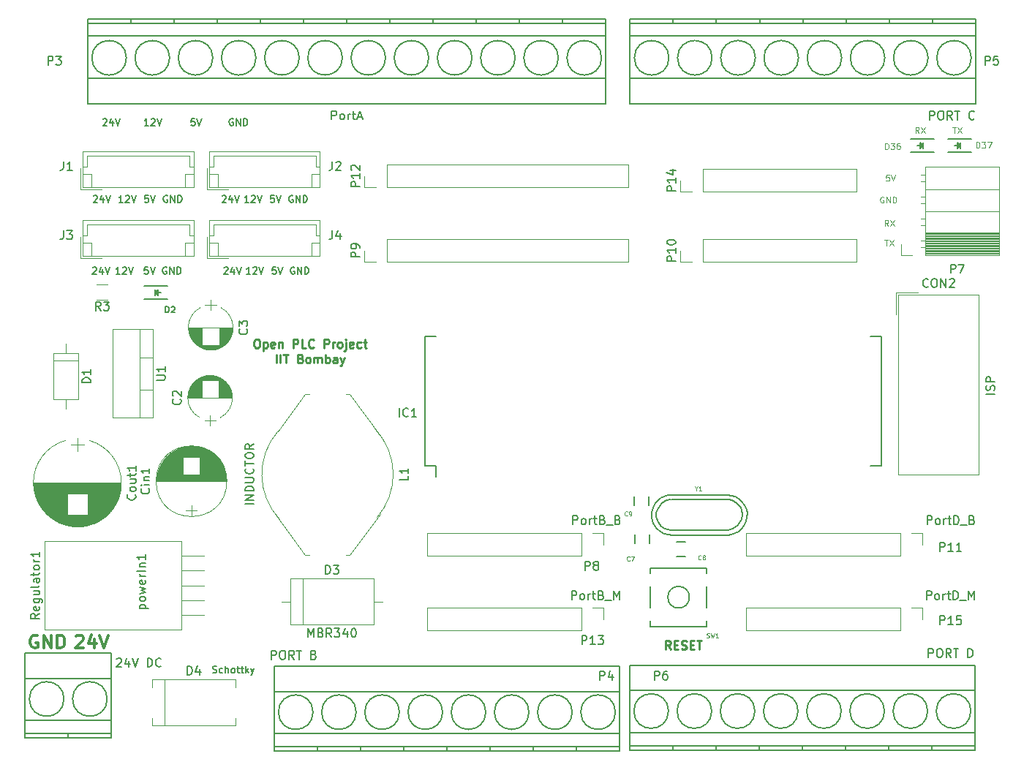
<source format=gbr>
G04 #@! TF.GenerationSoftware,KiCad,Pcbnew,5.0.1*
G04 #@! TF.CreationDate,2019-01-22T15:03:27+05:30*
G04 #@! TF.ProjectId,OpenPLC_V2,4F70656E504C435F56322E6B69636164,rev?*
G04 #@! TF.SameCoordinates,Original*
G04 #@! TF.FileFunction,Legend,Top*
G04 #@! TF.FilePolarity,Positive*
%FSLAX46Y46*%
G04 Gerber Fmt 4.6, Leading zero omitted, Abs format (unit mm)*
G04 Created by KiCad (PCBNEW 5.0.1) date Tue 22 Jan 2019 03:03:27 PM IST*
%MOMM*%
%LPD*%
G01*
G04 APERTURE LIST*
%ADD10C,0.150000*%
%ADD11C,0.300000*%
%ADD12C,0.200000*%
%ADD13C,0.125000*%
%ADD14C,0.250000*%
%ADD15C,0.120000*%
G04 APERTURE END LIST*
D10*
X117590476Y-51800000D02*
X117514285Y-51761904D01*
X117400000Y-51761904D01*
X117285714Y-51800000D01*
X117209523Y-51876190D01*
X117171428Y-51952380D01*
X117133333Y-52104761D01*
X117133333Y-52219047D01*
X117171428Y-52371428D01*
X117209523Y-52447619D01*
X117285714Y-52523809D01*
X117400000Y-52561904D01*
X117476190Y-52561904D01*
X117590476Y-52523809D01*
X117628571Y-52485714D01*
X117628571Y-52219047D01*
X117476190Y-52219047D01*
X117971428Y-52561904D02*
X117971428Y-51761904D01*
X118428571Y-52561904D01*
X118428571Y-51761904D01*
X118809523Y-52561904D02*
X118809523Y-51761904D01*
X119000000Y-51761904D01*
X119114285Y-51800000D01*
X119190476Y-51876190D01*
X119228571Y-51952380D01*
X119266666Y-52104761D01*
X119266666Y-52219047D01*
X119228571Y-52371428D01*
X119190476Y-52447619D01*
X119114285Y-52523809D01*
X119000000Y-52561904D01*
X118809523Y-52561904D01*
X113147619Y-51761904D02*
X112766666Y-51761904D01*
X112728571Y-52142857D01*
X112766666Y-52104761D01*
X112842857Y-52066666D01*
X113033333Y-52066666D01*
X113109523Y-52104761D01*
X113147619Y-52142857D01*
X113185714Y-52219047D01*
X113185714Y-52409523D01*
X113147619Y-52485714D01*
X113109523Y-52523809D01*
X113033333Y-52561904D01*
X112842857Y-52561904D01*
X112766666Y-52523809D01*
X112728571Y-52485714D01*
X113414285Y-51761904D02*
X113680952Y-52561904D01*
X113947619Y-51761904D01*
X107804761Y-52561904D02*
X107347619Y-52561904D01*
X107576190Y-52561904D02*
X107576190Y-51761904D01*
X107500000Y-51876190D01*
X107423809Y-51952380D01*
X107347619Y-51990476D01*
X108109523Y-51838095D02*
X108147619Y-51800000D01*
X108223809Y-51761904D01*
X108414285Y-51761904D01*
X108490476Y-51800000D01*
X108528571Y-51838095D01*
X108566666Y-51914285D01*
X108566666Y-51990476D01*
X108528571Y-52104761D01*
X108071428Y-52561904D01*
X108566666Y-52561904D01*
X108795238Y-51761904D02*
X109061904Y-52561904D01*
X109328571Y-51761904D01*
X102547619Y-51838095D02*
X102585714Y-51800000D01*
X102661904Y-51761904D01*
X102852380Y-51761904D01*
X102928571Y-51800000D01*
X102966666Y-51838095D01*
X103004761Y-51914285D01*
X103004761Y-51990476D01*
X102966666Y-52104761D01*
X102509523Y-52561904D01*
X103004761Y-52561904D01*
X103690476Y-52028571D02*
X103690476Y-52561904D01*
X103500000Y-51723809D02*
X103309523Y-52295238D01*
X103804761Y-52295238D01*
X103995238Y-51761904D02*
X104261904Y-52561904D01*
X104528571Y-51761904D01*
X115219047Y-115923809D02*
X115333333Y-115961904D01*
X115523809Y-115961904D01*
X115600000Y-115923809D01*
X115638095Y-115885714D01*
X115676190Y-115809523D01*
X115676190Y-115733333D01*
X115638095Y-115657142D01*
X115600000Y-115619047D01*
X115523809Y-115580952D01*
X115371428Y-115542857D01*
X115295238Y-115504761D01*
X115257142Y-115466666D01*
X115219047Y-115390476D01*
X115219047Y-115314285D01*
X115257142Y-115238095D01*
X115295238Y-115200000D01*
X115371428Y-115161904D01*
X115561904Y-115161904D01*
X115676190Y-115200000D01*
X116361904Y-115923809D02*
X116285714Y-115961904D01*
X116133333Y-115961904D01*
X116057142Y-115923809D01*
X116019047Y-115885714D01*
X115980952Y-115809523D01*
X115980952Y-115580952D01*
X116019047Y-115504761D01*
X116057142Y-115466666D01*
X116133333Y-115428571D01*
X116285714Y-115428571D01*
X116361904Y-115466666D01*
X116704761Y-115961904D02*
X116704761Y-115161904D01*
X117047619Y-115961904D02*
X117047619Y-115542857D01*
X117009523Y-115466666D01*
X116933333Y-115428571D01*
X116819047Y-115428571D01*
X116742857Y-115466666D01*
X116704761Y-115504761D01*
X117542857Y-115961904D02*
X117466666Y-115923809D01*
X117428571Y-115885714D01*
X117390476Y-115809523D01*
X117390476Y-115580952D01*
X117428571Y-115504761D01*
X117466666Y-115466666D01*
X117542857Y-115428571D01*
X117657142Y-115428571D01*
X117733333Y-115466666D01*
X117771428Y-115504761D01*
X117809523Y-115580952D01*
X117809523Y-115809523D01*
X117771428Y-115885714D01*
X117733333Y-115923809D01*
X117657142Y-115961904D01*
X117542857Y-115961904D01*
X118038095Y-115428571D02*
X118342857Y-115428571D01*
X118152380Y-115161904D02*
X118152380Y-115847619D01*
X118190476Y-115923809D01*
X118266666Y-115961904D01*
X118342857Y-115961904D01*
X118495238Y-115428571D02*
X118800000Y-115428571D01*
X118609523Y-115161904D02*
X118609523Y-115847619D01*
X118647619Y-115923809D01*
X118723809Y-115961904D01*
X118800000Y-115961904D01*
X119066666Y-115961904D02*
X119066666Y-115161904D01*
X119142857Y-115657142D02*
X119371428Y-115961904D01*
X119371428Y-115428571D02*
X119066666Y-115733333D01*
X119638095Y-115428571D02*
X119828571Y-115961904D01*
X120019047Y-115428571D02*
X119828571Y-115961904D01*
X119752380Y-116152380D01*
X119714285Y-116190476D01*
X119638095Y-116228571D01*
D11*
X94957142Y-111650000D02*
X94814285Y-111578571D01*
X94600000Y-111578571D01*
X94385714Y-111650000D01*
X94242857Y-111792857D01*
X94171428Y-111935714D01*
X94100000Y-112221428D01*
X94100000Y-112435714D01*
X94171428Y-112721428D01*
X94242857Y-112864285D01*
X94385714Y-113007142D01*
X94600000Y-113078571D01*
X94742857Y-113078571D01*
X94957142Y-113007142D01*
X95028571Y-112935714D01*
X95028571Y-112435714D01*
X94742857Y-112435714D01*
X95671428Y-113078571D02*
X95671428Y-111578571D01*
X96528571Y-113078571D01*
X96528571Y-111578571D01*
X97242857Y-113078571D02*
X97242857Y-111578571D01*
X97600000Y-111578571D01*
X97814285Y-111650000D01*
X97957142Y-111792857D01*
X98028571Y-111935714D01*
X98100000Y-112221428D01*
X98100000Y-112435714D01*
X98028571Y-112721428D01*
X97957142Y-112864285D01*
X97814285Y-113007142D01*
X97600000Y-113078571D01*
X97242857Y-113078571D01*
X99414285Y-111721428D02*
X99485714Y-111650000D01*
X99628571Y-111578571D01*
X99985714Y-111578571D01*
X100128571Y-111650000D01*
X100200000Y-111721428D01*
X100271428Y-111864285D01*
X100271428Y-112007142D01*
X100200000Y-112221428D01*
X99342857Y-113078571D01*
X100271428Y-113078571D01*
X101557142Y-112078571D02*
X101557142Y-113078571D01*
X101200000Y-111507142D02*
X100842857Y-112578571D01*
X101771428Y-112578571D01*
X102128571Y-111578571D02*
X102628571Y-113078571D01*
X103128571Y-111578571D01*
D10*
X109890476Y-69000000D02*
X109814285Y-68961904D01*
X109700000Y-68961904D01*
X109585714Y-69000000D01*
X109509523Y-69076190D01*
X109471428Y-69152380D01*
X109433333Y-69304761D01*
X109433333Y-69419047D01*
X109471428Y-69571428D01*
X109509523Y-69647619D01*
X109585714Y-69723809D01*
X109700000Y-69761904D01*
X109776190Y-69761904D01*
X109890476Y-69723809D01*
X109928571Y-69685714D01*
X109928571Y-69419047D01*
X109776190Y-69419047D01*
X110271428Y-69761904D02*
X110271428Y-68961904D01*
X110728571Y-69761904D01*
X110728571Y-68961904D01*
X111109523Y-69761904D02*
X111109523Y-68961904D01*
X111300000Y-68961904D01*
X111414285Y-69000000D01*
X111490476Y-69076190D01*
X111528571Y-69152380D01*
X111566666Y-69304761D01*
X111566666Y-69419047D01*
X111528571Y-69571428D01*
X111490476Y-69647619D01*
X111414285Y-69723809D01*
X111300000Y-69761904D01*
X111109523Y-69761904D01*
X124690476Y-69000000D02*
X124614285Y-68961904D01*
X124500000Y-68961904D01*
X124385714Y-69000000D01*
X124309523Y-69076190D01*
X124271428Y-69152380D01*
X124233333Y-69304761D01*
X124233333Y-69419047D01*
X124271428Y-69571428D01*
X124309523Y-69647619D01*
X124385714Y-69723809D01*
X124500000Y-69761904D01*
X124576190Y-69761904D01*
X124690476Y-69723809D01*
X124728571Y-69685714D01*
X124728571Y-69419047D01*
X124576190Y-69419047D01*
X125071428Y-69761904D02*
X125071428Y-68961904D01*
X125528571Y-69761904D01*
X125528571Y-68961904D01*
X125909523Y-69761904D02*
X125909523Y-68961904D01*
X126100000Y-68961904D01*
X126214285Y-69000000D01*
X126290476Y-69076190D01*
X126328571Y-69152380D01*
X126366666Y-69304761D01*
X126366666Y-69419047D01*
X126328571Y-69571428D01*
X126290476Y-69647619D01*
X126214285Y-69723809D01*
X126100000Y-69761904D01*
X125909523Y-69761904D01*
X104504761Y-69761904D02*
X104047619Y-69761904D01*
X104276190Y-69761904D02*
X104276190Y-68961904D01*
X104200000Y-69076190D01*
X104123809Y-69152380D01*
X104047619Y-69190476D01*
X104809523Y-69038095D02*
X104847619Y-69000000D01*
X104923809Y-68961904D01*
X105114285Y-68961904D01*
X105190476Y-69000000D01*
X105228571Y-69038095D01*
X105266666Y-69114285D01*
X105266666Y-69190476D01*
X105228571Y-69304761D01*
X104771428Y-69761904D01*
X105266666Y-69761904D01*
X105495238Y-68961904D02*
X105761904Y-69761904D01*
X106028571Y-68961904D01*
X122547619Y-68961904D02*
X122166666Y-68961904D01*
X122128571Y-69342857D01*
X122166666Y-69304761D01*
X122242857Y-69266666D01*
X122433333Y-69266666D01*
X122509523Y-69304761D01*
X122547619Y-69342857D01*
X122585714Y-69419047D01*
X122585714Y-69609523D01*
X122547619Y-69685714D01*
X122509523Y-69723809D01*
X122433333Y-69761904D01*
X122242857Y-69761904D01*
X122166666Y-69723809D01*
X122128571Y-69685714D01*
X122814285Y-68961904D02*
X123080952Y-69761904D01*
X123347619Y-68961904D01*
X107747619Y-68961904D02*
X107366666Y-68961904D01*
X107328571Y-69342857D01*
X107366666Y-69304761D01*
X107442857Y-69266666D01*
X107633333Y-69266666D01*
X107709523Y-69304761D01*
X107747619Y-69342857D01*
X107785714Y-69419047D01*
X107785714Y-69609523D01*
X107747619Y-69685714D01*
X107709523Y-69723809D01*
X107633333Y-69761904D01*
X107442857Y-69761904D01*
X107366666Y-69723809D01*
X107328571Y-69685714D01*
X108014285Y-68961904D02*
X108280952Y-69761904D01*
X108547619Y-68961904D01*
X101347619Y-69038095D02*
X101385714Y-69000000D01*
X101461904Y-68961904D01*
X101652380Y-68961904D01*
X101728571Y-69000000D01*
X101766666Y-69038095D01*
X101804761Y-69114285D01*
X101804761Y-69190476D01*
X101766666Y-69304761D01*
X101309523Y-69761904D01*
X101804761Y-69761904D01*
X102490476Y-69228571D02*
X102490476Y-69761904D01*
X102300000Y-68923809D02*
X102109523Y-69495238D01*
X102604761Y-69495238D01*
X102795238Y-68961904D02*
X103061904Y-69761904D01*
X103328571Y-68961904D01*
X119604761Y-69761904D02*
X119147619Y-69761904D01*
X119376190Y-69761904D02*
X119376190Y-68961904D01*
X119300000Y-69076190D01*
X119223809Y-69152380D01*
X119147619Y-69190476D01*
X119909523Y-69038095D02*
X119947619Y-69000000D01*
X120023809Y-68961904D01*
X120214285Y-68961904D01*
X120290476Y-69000000D01*
X120328571Y-69038095D01*
X120366666Y-69114285D01*
X120366666Y-69190476D01*
X120328571Y-69304761D01*
X119871428Y-69761904D01*
X120366666Y-69761904D01*
X120595238Y-68961904D02*
X120861904Y-69761904D01*
X121128571Y-68961904D01*
X116547619Y-69038095D02*
X116585714Y-69000000D01*
X116661904Y-68961904D01*
X116852380Y-68961904D01*
X116928571Y-69000000D01*
X116966666Y-69038095D01*
X117004761Y-69114285D01*
X117004761Y-69190476D01*
X116966666Y-69304761D01*
X116509523Y-69761904D01*
X117004761Y-69761904D01*
X117690476Y-69228571D02*
X117690476Y-69761904D01*
X117500000Y-68923809D02*
X117309523Y-69495238D01*
X117804761Y-69495238D01*
X117995238Y-68961904D02*
X118261904Y-69761904D01*
X118528571Y-68961904D01*
X124490476Y-60700000D02*
X124414285Y-60661904D01*
X124300000Y-60661904D01*
X124185714Y-60700000D01*
X124109523Y-60776190D01*
X124071428Y-60852380D01*
X124033333Y-61004761D01*
X124033333Y-61119047D01*
X124071428Y-61271428D01*
X124109523Y-61347619D01*
X124185714Y-61423809D01*
X124300000Y-61461904D01*
X124376190Y-61461904D01*
X124490476Y-61423809D01*
X124528571Y-61385714D01*
X124528571Y-61119047D01*
X124376190Y-61119047D01*
X124871428Y-61461904D02*
X124871428Y-60661904D01*
X125328571Y-61461904D01*
X125328571Y-60661904D01*
X125709523Y-61461904D02*
X125709523Y-60661904D01*
X125900000Y-60661904D01*
X126014285Y-60700000D01*
X126090476Y-60776190D01*
X126128571Y-60852380D01*
X126166666Y-61004761D01*
X126166666Y-61119047D01*
X126128571Y-61271428D01*
X126090476Y-61347619D01*
X126014285Y-61423809D01*
X125900000Y-61461904D01*
X125709523Y-61461904D01*
X119404761Y-61461904D02*
X118947619Y-61461904D01*
X119176190Y-61461904D02*
X119176190Y-60661904D01*
X119100000Y-60776190D01*
X119023809Y-60852380D01*
X118947619Y-60890476D01*
X119709523Y-60738095D02*
X119747619Y-60700000D01*
X119823809Y-60661904D01*
X120014285Y-60661904D01*
X120090476Y-60700000D01*
X120128571Y-60738095D01*
X120166666Y-60814285D01*
X120166666Y-60890476D01*
X120128571Y-61004761D01*
X119671428Y-61461904D01*
X120166666Y-61461904D01*
X120395238Y-60661904D02*
X120661904Y-61461904D01*
X120928571Y-60661904D01*
X122347619Y-60661904D02*
X121966666Y-60661904D01*
X121928571Y-61042857D01*
X121966666Y-61004761D01*
X122042857Y-60966666D01*
X122233333Y-60966666D01*
X122309523Y-61004761D01*
X122347619Y-61042857D01*
X122385714Y-61119047D01*
X122385714Y-61309523D01*
X122347619Y-61385714D01*
X122309523Y-61423809D01*
X122233333Y-61461904D01*
X122042857Y-61461904D01*
X121966666Y-61423809D01*
X121928571Y-61385714D01*
X122614285Y-60661904D02*
X122880952Y-61461904D01*
X123147619Y-60661904D01*
X116347619Y-60738095D02*
X116385714Y-60700000D01*
X116461904Y-60661904D01*
X116652380Y-60661904D01*
X116728571Y-60700000D01*
X116766666Y-60738095D01*
X116804761Y-60814285D01*
X116804761Y-60890476D01*
X116766666Y-61004761D01*
X116309523Y-61461904D01*
X116804761Y-61461904D01*
X117490476Y-60928571D02*
X117490476Y-61461904D01*
X117300000Y-60623809D02*
X117109523Y-61195238D01*
X117604761Y-61195238D01*
X117795238Y-60661904D02*
X118061904Y-61461904D01*
X118328571Y-60661904D01*
X109990476Y-60700000D02*
X109914285Y-60661904D01*
X109800000Y-60661904D01*
X109685714Y-60700000D01*
X109609523Y-60776190D01*
X109571428Y-60852380D01*
X109533333Y-61004761D01*
X109533333Y-61119047D01*
X109571428Y-61271428D01*
X109609523Y-61347619D01*
X109685714Y-61423809D01*
X109800000Y-61461904D01*
X109876190Y-61461904D01*
X109990476Y-61423809D01*
X110028571Y-61385714D01*
X110028571Y-61119047D01*
X109876190Y-61119047D01*
X110371428Y-61461904D02*
X110371428Y-60661904D01*
X110828571Y-61461904D01*
X110828571Y-60661904D01*
X111209523Y-61461904D02*
X111209523Y-60661904D01*
X111400000Y-60661904D01*
X111514285Y-60700000D01*
X111590476Y-60776190D01*
X111628571Y-60852380D01*
X111666666Y-61004761D01*
X111666666Y-61119047D01*
X111628571Y-61271428D01*
X111590476Y-61347619D01*
X111514285Y-61423809D01*
X111400000Y-61461904D01*
X111209523Y-61461904D01*
X107765078Y-60661904D02*
X107384125Y-60661904D01*
X107346030Y-61042857D01*
X107384125Y-61004761D01*
X107460316Y-60966666D01*
X107650792Y-60966666D01*
X107726982Y-61004761D01*
X107765078Y-61042857D01*
X107803173Y-61119047D01*
X107803173Y-61309523D01*
X107765078Y-61385714D01*
X107726982Y-61423809D01*
X107650792Y-61461904D01*
X107460316Y-61461904D01*
X107384125Y-61423809D01*
X107346030Y-61385714D01*
X108031744Y-60661904D02*
X108298411Y-61461904D01*
X108565078Y-60661904D01*
X104853967Y-61461904D02*
X104396825Y-61461904D01*
X104625396Y-61461904D02*
X104625396Y-60661904D01*
X104549206Y-60776190D01*
X104473015Y-60852380D01*
X104396825Y-60890476D01*
X105158729Y-60738095D02*
X105196825Y-60700000D01*
X105273015Y-60661904D01*
X105463491Y-60661904D01*
X105539682Y-60700000D01*
X105577777Y-60738095D01*
X105615872Y-60814285D01*
X105615872Y-60890476D01*
X105577777Y-61004761D01*
X105120634Y-61461904D01*
X105615872Y-61461904D01*
X105844444Y-60661904D02*
X106111110Y-61461904D01*
X106377777Y-60661904D01*
X101447619Y-60738095D02*
X101485714Y-60700000D01*
X101561904Y-60661904D01*
X101752380Y-60661904D01*
X101828571Y-60700000D01*
X101866666Y-60738095D01*
X101904761Y-60814285D01*
X101904761Y-60890476D01*
X101866666Y-61004761D01*
X101409523Y-61461904D01*
X101904761Y-61461904D01*
X102590476Y-60928571D02*
X102590476Y-61461904D01*
X102400000Y-60623809D02*
X102209523Y-61195238D01*
X102704761Y-61195238D01*
X102895238Y-60661904D02*
X103161904Y-61461904D01*
X103428571Y-60661904D01*
D12*
X205752380Y-83676190D02*
X204752380Y-83676190D01*
X205704761Y-83247619D02*
X205752380Y-83104761D01*
X205752380Y-82866666D01*
X205704761Y-82771428D01*
X205657142Y-82723809D01*
X205561904Y-82676190D01*
X205466666Y-82676190D01*
X205371428Y-82723809D01*
X205323809Y-82771428D01*
X205276190Y-82866666D01*
X205228571Y-83057142D01*
X205180952Y-83152380D01*
X205133333Y-83200000D01*
X205038095Y-83247619D01*
X204942857Y-83247619D01*
X204847619Y-83200000D01*
X204800000Y-83152380D01*
X204752380Y-83057142D01*
X204752380Y-82819047D01*
X204800000Y-82676190D01*
X205752380Y-82247619D02*
X204752380Y-82247619D01*
X204752380Y-81866666D01*
X204800000Y-81771428D01*
X204847619Y-81723809D01*
X204942857Y-81676190D01*
X205085714Y-81676190D01*
X205180952Y-81723809D01*
X205228571Y-81771428D01*
X205276190Y-81866666D01*
X205276190Y-82247619D01*
X104108571Y-114355619D02*
X104156190Y-114308000D01*
X104251428Y-114260380D01*
X104489523Y-114260380D01*
X104584761Y-114308000D01*
X104632380Y-114355619D01*
X104680000Y-114450857D01*
X104680000Y-114546095D01*
X104632380Y-114688952D01*
X104060952Y-115260380D01*
X104680000Y-115260380D01*
X105537142Y-114593714D02*
X105537142Y-115260380D01*
X105299047Y-114212761D02*
X105060952Y-114927047D01*
X105680000Y-114927047D01*
X105918095Y-114260380D02*
X106251428Y-115260380D01*
X106584761Y-114260380D01*
X107680000Y-115260380D02*
X107680000Y-114260380D01*
X107918095Y-114260380D01*
X108060952Y-114308000D01*
X108156190Y-114403238D01*
X108203809Y-114498476D01*
X108251428Y-114688952D01*
X108251428Y-114831809D01*
X108203809Y-115022285D01*
X108156190Y-115117523D01*
X108060952Y-115212761D01*
X107918095Y-115260380D01*
X107680000Y-115260380D01*
X109251428Y-115165142D02*
X109203809Y-115212761D01*
X109060952Y-115260380D01*
X108965714Y-115260380D01*
X108822857Y-115212761D01*
X108727619Y-115117523D01*
X108680000Y-115022285D01*
X108632380Y-114831809D01*
X108632380Y-114688952D01*
X108680000Y-114498476D01*
X108727619Y-114403238D01*
X108822857Y-114308000D01*
X108965714Y-114260380D01*
X109060952Y-114260380D01*
X109203809Y-114308000D01*
X109251428Y-114355619D01*
D10*
X198091381Y-114152380D02*
X198091381Y-113152380D01*
X198472334Y-113152380D01*
X198567572Y-113200000D01*
X198615191Y-113247619D01*
X198662810Y-113342857D01*
X198662810Y-113485714D01*
X198615191Y-113580952D01*
X198567572Y-113628571D01*
X198472334Y-113676190D01*
X198091381Y-113676190D01*
X199281858Y-113152380D02*
X199472334Y-113152380D01*
X199567572Y-113200000D01*
X199662810Y-113295238D01*
X199710429Y-113485714D01*
X199710429Y-113819047D01*
X199662810Y-114009523D01*
X199567572Y-114104761D01*
X199472334Y-114152380D01*
X199281858Y-114152380D01*
X199186620Y-114104761D01*
X199091381Y-114009523D01*
X199043762Y-113819047D01*
X199043762Y-113485714D01*
X199091381Y-113295238D01*
X199186620Y-113200000D01*
X199281858Y-113152380D01*
X200710429Y-114152380D02*
X200377096Y-113676190D01*
X200139001Y-114152380D02*
X200139001Y-113152380D01*
X200519953Y-113152380D01*
X200615191Y-113200000D01*
X200662810Y-113247619D01*
X200710429Y-113342857D01*
X200710429Y-113485714D01*
X200662810Y-113580952D01*
X200615191Y-113628571D01*
X200519953Y-113676190D01*
X200139001Y-113676190D01*
X200996143Y-113152380D02*
X201567572Y-113152380D01*
X201281858Y-114152380D02*
X201281858Y-113152380D01*
X202662810Y-114152380D02*
X202662810Y-113152380D01*
X202900905Y-113152380D01*
X203043762Y-113200000D01*
X203139001Y-113295238D01*
X203186620Y-113390476D01*
X203234239Y-113580952D01*
X203234239Y-113723809D01*
X203186620Y-113914285D01*
X203139001Y-114009523D01*
X203043762Y-114104761D01*
X202900905Y-114152380D01*
X202662810Y-114152380D01*
X122039380Y-114371380D02*
X122039380Y-113371380D01*
X122420333Y-113371380D01*
X122515571Y-113419000D01*
X122563190Y-113466619D01*
X122610809Y-113561857D01*
X122610809Y-113704714D01*
X122563190Y-113799952D01*
X122515571Y-113847571D01*
X122420333Y-113895190D01*
X122039380Y-113895190D01*
X123229857Y-113371380D02*
X123420333Y-113371380D01*
X123515571Y-113419000D01*
X123610809Y-113514238D01*
X123658428Y-113704714D01*
X123658428Y-114038047D01*
X123610809Y-114228523D01*
X123515571Y-114323761D01*
X123420333Y-114371380D01*
X123229857Y-114371380D01*
X123134619Y-114323761D01*
X123039380Y-114228523D01*
X122991761Y-114038047D01*
X122991761Y-113704714D01*
X123039380Y-113514238D01*
X123134619Y-113419000D01*
X123229857Y-113371380D01*
X124658428Y-114371380D02*
X124325095Y-113895190D01*
X124087000Y-114371380D02*
X124087000Y-113371380D01*
X124467952Y-113371380D01*
X124563190Y-113419000D01*
X124610809Y-113466619D01*
X124658428Y-113561857D01*
X124658428Y-113704714D01*
X124610809Y-113799952D01*
X124563190Y-113847571D01*
X124467952Y-113895190D01*
X124087000Y-113895190D01*
X124944142Y-113371380D02*
X125515571Y-113371380D01*
X125229857Y-114371380D02*
X125229857Y-113371380D01*
X126944142Y-113847571D02*
X127087000Y-113895190D01*
X127134619Y-113942809D01*
X127182238Y-114038047D01*
X127182238Y-114180904D01*
X127134619Y-114276142D01*
X127087000Y-114323761D01*
X126991761Y-114371380D01*
X126610809Y-114371380D01*
X126610809Y-113371380D01*
X126944142Y-113371380D01*
X127039380Y-113419000D01*
X127087000Y-113466619D01*
X127134619Y-113561857D01*
X127134619Y-113657095D01*
X127087000Y-113752333D01*
X127039380Y-113799952D01*
X126944142Y-113847571D01*
X126610809Y-113847571D01*
X198234238Y-51887380D02*
X198234238Y-50887380D01*
X198615191Y-50887380D01*
X198710429Y-50935000D01*
X198758048Y-50982619D01*
X198805667Y-51077857D01*
X198805667Y-51220714D01*
X198758048Y-51315952D01*
X198710429Y-51363571D01*
X198615191Y-51411190D01*
X198234238Y-51411190D01*
X199424715Y-50887380D02*
X199615191Y-50887380D01*
X199710429Y-50935000D01*
X199805667Y-51030238D01*
X199853286Y-51220714D01*
X199853286Y-51554047D01*
X199805667Y-51744523D01*
X199710429Y-51839761D01*
X199615191Y-51887380D01*
X199424715Y-51887380D01*
X199329477Y-51839761D01*
X199234238Y-51744523D01*
X199186619Y-51554047D01*
X199186619Y-51220714D01*
X199234238Y-51030238D01*
X199329477Y-50935000D01*
X199424715Y-50887380D01*
X200853286Y-51887380D02*
X200519953Y-51411190D01*
X200281858Y-51887380D02*
X200281858Y-50887380D01*
X200662810Y-50887380D01*
X200758048Y-50935000D01*
X200805667Y-50982619D01*
X200853286Y-51077857D01*
X200853286Y-51220714D01*
X200805667Y-51315952D01*
X200758048Y-51363571D01*
X200662810Y-51411190D01*
X200281858Y-51411190D01*
X201139000Y-50887380D02*
X201710429Y-50887380D01*
X201424715Y-51887380D02*
X201424715Y-50887380D01*
X203377096Y-51792142D02*
X203329477Y-51839761D01*
X203186619Y-51887380D01*
X203091381Y-51887380D01*
X202948524Y-51839761D01*
X202853286Y-51744523D01*
X202805667Y-51649285D01*
X202758048Y-51458809D01*
X202758048Y-51315952D01*
X202805667Y-51125476D01*
X202853286Y-51030238D01*
X202948524Y-50935000D01*
X203091381Y-50887380D01*
X203186619Y-50887380D01*
X203329477Y-50935000D01*
X203377096Y-50982619D01*
D13*
X193014666Y-65783666D02*
X193414666Y-65783666D01*
X193214666Y-66483666D02*
X193214666Y-65783666D01*
X193581333Y-65783666D02*
X194048000Y-66483666D01*
X194048000Y-65783666D02*
X193581333Y-66483666D01*
X193431333Y-64197666D02*
X193198000Y-63864333D01*
X193031333Y-64197666D02*
X193031333Y-63497666D01*
X193298000Y-63497666D01*
X193364666Y-63531000D01*
X193398000Y-63564333D01*
X193431333Y-63631000D01*
X193431333Y-63731000D01*
X193398000Y-63797666D01*
X193364666Y-63831000D01*
X193298000Y-63864333D01*
X193031333Y-63864333D01*
X193664666Y-63497666D02*
X194131333Y-64197666D01*
X194131333Y-63497666D02*
X193664666Y-64197666D01*
X192887666Y-60864000D02*
X192821000Y-60830666D01*
X192721000Y-60830666D01*
X192621000Y-60864000D01*
X192554333Y-60930666D01*
X192521000Y-60997333D01*
X192487666Y-61130666D01*
X192487666Y-61230666D01*
X192521000Y-61364000D01*
X192554333Y-61430666D01*
X192621000Y-61497333D01*
X192721000Y-61530666D01*
X192787666Y-61530666D01*
X192887666Y-61497333D01*
X192921000Y-61464000D01*
X192921000Y-61230666D01*
X192787666Y-61230666D01*
X193221000Y-61530666D02*
X193221000Y-60830666D01*
X193621000Y-61530666D01*
X193621000Y-60830666D01*
X193954333Y-61530666D02*
X193954333Y-60830666D01*
X194121000Y-60830666D01*
X194221000Y-60864000D01*
X194287666Y-60930666D01*
X194321000Y-60997333D01*
X194354333Y-61130666D01*
X194354333Y-61230666D01*
X194321000Y-61364000D01*
X194287666Y-61430666D01*
X194221000Y-61497333D01*
X194121000Y-61530666D01*
X193954333Y-61530666D01*
X193541666Y-58290666D02*
X193208333Y-58290666D01*
X193175000Y-58624000D01*
X193208333Y-58590666D01*
X193275000Y-58557333D01*
X193441666Y-58557333D01*
X193508333Y-58590666D01*
X193541666Y-58624000D01*
X193575000Y-58690666D01*
X193575000Y-58857333D01*
X193541666Y-58924000D01*
X193508333Y-58957333D01*
X193441666Y-58990666D01*
X193275000Y-58990666D01*
X193208333Y-58957333D01*
X193175000Y-58924000D01*
X193775000Y-58290666D02*
X194008333Y-58990666D01*
X194241666Y-58290666D01*
D14*
X120253904Y-77317380D02*
X120444380Y-77317380D01*
X120539619Y-77365000D01*
X120634857Y-77460238D01*
X120682476Y-77650714D01*
X120682476Y-77984047D01*
X120634857Y-78174523D01*
X120539619Y-78269761D01*
X120444380Y-78317380D01*
X120253904Y-78317380D01*
X120158666Y-78269761D01*
X120063428Y-78174523D01*
X120015809Y-77984047D01*
X120015809Y-77650714D01*
X120063428Y-77460238D01*
X120158666Y-77365000D01*
X120253904Y-77317380D01*
X121111047Y-77650714D02*
X121111047Y-78650714D01*
X121111047Y-77698333D02*
X121206285Y-77650714D01*
X121396761Y-77650714D01*
X121492000Y-77698333D01*
X121539619Y-77745952D01*
X121587238Y-77841190D01*
X121587238Y-78126904D01*
X121539619Y-78222142D01*
X121492000Y-78269761D01*
X121396761Y-78317380D01*
X121206285Y-78317380D01*
X121111047Y-78269761D01*
X122396761Y-78269761D02*
X122301523Y-78317380D01*
X122111047Y-78317380D01*
X122015809Y-78269761D01*
X121968190Y-78174523D01*
X121968190Y-77793571D01*
X122015809Y-77698333D01*
X122111047Y-77650714D01*
X122301523Y-77650714D01*
X122396761Y-77698333D01*
X122444380Y-77793571D01*
X122444380Y-77888809D01*
X121968190Y-77984047D01*
X122872952Y-77650714D02*
X122872952Y-78317380D01*
X122872952Y-77745952D02*
X122920571Y-77698333D01*
X123015809Y-77650714D01*
X123158666Y-77650714D01*
X123253904Y-77698333D01*
X123301523Y-77793571D01*
X123301523Y-78317380D01*
X124539619Y-78317380D02*
X124539619Y-77317380D01*
X124920571Y-77317380D01*
X125015809Y-77365000D01*
X125063428Y-77412619D01*
X125111047Y-77507857D01*
X125111047Y-77650714D01*
X125063428Y-77745952D01*
X125015809Y-77793571D01*
X124920571Y-77841190D01*
X124539619Y-77841190D01*
X126015809Y-78317380D02*
X125539619Y-78317380D01*
X125539619Y-77317380D01*
X126920571Y-78222142D02*
X126872952Y-78269761D01*
X126730095Y-78317380D01*
X126634857Y-78317380D01*
X126492000Y-78269761D01*
X126396761Y-78174523D01*
X126349142Y-78079285D01*
X126301523Y-77888809D01*
X126301523Y-77745952D01*
X126349142Y-77555476D01*
X126396761Y-77460238D01*
X126492000Y-77365000D01*
X126634857Y-77317380D01*
X126730095Y-77317380D01*
X126872952Y-77365000D01*
X126920571Y-77412619D01*
X128111047Y-78317380D02*
X128111047Y-77317380D01*
X128492000Y-77317380D01*
X128587238Y-77365000D01*
X128634857Y-77412619D01*
X128682476Y-77507857D01*
X128682476Y-77650714D01*
X128634857Y-77745952D01*
X128587238Y-77793571D01*
X128492000Y-77841190D01*
X128111047Y-77841190D01*
X129111047Y-78317380D02*
X129111047Y-77650714D01*
X129111047Y-77841190D02*
X129158666Y-77745952D01*
X129206285Y-77698333D01*
X129301523Y-77650714D01*
X129396761Y-77650714D01*
X129872952Y-78317380D02*
X129777714Y-78269761D01*
X129730095Y-78222142D01*
X129682476Y-78126904D01*
X129682476Y-77841190D01*
X129730095Y-77745952D01*
X129777714Y-77698333D01*
X129872952Y-77650714D01*
X130015809Y-77650714D01*
X130111047Y-77698333D01*
X130158666Y-77745952D01*
X130206285Y-77841190D01*
X130206285Y-78126904D01*
X130158666Y-78222142D01*
X130111047Y-78269761D01*
X130015809Y-78317380D01*
X129872952Y-78317380D01*
X130634857Y-77650714D02*
X130634857Y-78507857D01*
X130587238Y-78603095D01*
X130492000Y-78650714D01*
X130444380Y-78650714D01*
X130634857Y-77317380D02*
X130587238Y-77365000D01*
X130634857Y-77412619D01*
X130682476Y-77365000D01*
X130634857Y-77317380D01*
X130634857Y-77412619D01*
X131492000Y-78269761D02*
X131396761Y-78317380D01*
X131206285Y-78317380D01*
X131111047Y-78269761D01*
X131063428Y-78174523D01*
X131063428Y-77793571D01*
X131111047Y-77698333D01*
X131206285Y-77650714D01*
X131396761Y-77650714D01*
X131492000Y-77698333D01*
X131539619Y-77793571D01*
X131539619Y-77888809D01*
X131063428Y-77984047D01*
X132396761Y-78269761D02*
X132301523Y-78317380D01*
X132111047Y-78317380D01*
X132015809Y-78269761D01*
X131968190Y-78222142D01*
X131920571Y-78126904D01*
X131920571Y-77841190D01*
X131968190Y-77745952D01*
X132015809Y-77698333D01*
X132111047Y-77650714D01*
X132301523Y-77650714D01*
X132396761Y-77698333D01*
X132682476Y-77650714D02*
X133063428Y-77650714D01*
X132825333Y-77317380D02*
X132825333Y-78174523D01*
X132872952Y-78269761D01*
X132968190Y-78317380D01*
X133063428Y-78317380D01*
X122587238Y-80067380D02*
X122587238Y-79067380D01*
X123063428Y-80067380D02*
X123063428Y-79067380D01*
X123396761Y-79067380D02*
X123968190Y-79067380D01*
X123682476Y-80067380D02*
X123682476Y-79067380D01*
X125396761Y-79543571D02*
X125539619Y-79591190D01*
X125587238Y-79638809D01*
X125634857Y-79734047D01*
X125634857Y-79876904D01*
X125587238Y-79972142D01*
X125539619Y-80019761D01*
X125444380Y-80067380D01*
X125063428Y-80067380D01*
X125063428Y-79067380D01*
X125396761Y-79067380D01*
X125492000Y-79115000D01*
X125539619Y-79162619D01*
X125587238Y-79257857D01*
X125587238Y-79353095D01*
X125539619Y-79448333D01*
X125492000Y-79495952D01*
X125396761Y-79543571D01*
X125063428Y-79543571D01*
X126206285Y-80067380D02*
X126111047Y-80019761D01*
X126063428Y-79972142D01*
X126015809Y-79876904D01*
X126015809Y-79591190D01*
X126063428Y-79495952D01*
X126111047Y-79448333D01*
X126206285Y-79400714D01*
X126349142Y-79400714D01*
X126444380Y-79448333D01*
X126492000Y-79495952D01*
X126539619Y-79591190D01*
X126539619Y-79876904D01*
X126492000Y-79972142D01*
X126444380Y-80019761D01*
X126349142Y-80067380D01*
X126206285Y-80067380D01*
X126968190Y-80067380D02*
X126968190Y-79400714D01*
X126968190Y-79495952D02*
X127015809Y-79448333D01*
X127111047Y-79400714D01*
X127253904Y-79400714D01*
X127349142Y-79448333D01*
X127396761Y-79543571D01*
X127396761Y-80067380D01*
X127396761Y-79543571D02*
X127444380Y-79448333D01*
X127539619Y-79400714D01*
X127682476Y-79400714D01*
X127777714Y-79448333D01*
X127825333Y-79543571D01*
X127825333Y-80067380D01*
X128301523Y-80067380D02*
X128301523Y-79067380D01*
X128301523Y-79448333D02*
X128396761Y-79400714D01*
X128587238Y-79400714D01*
X128682476Y-79448333D01*
X128730095Y-79495952D01*
X128777714Y-79591190D01*
X128777714Y-79876904D01*
X128730095Y-79972142D01*
X128682476Y-80019761D01*
X128587238Y-80067380D01*
X128396761Y-80067380D01*
X128301523Y-80019761D01*
X129634857Y-80067380D02*
X129634857Y-79543571D01*
X129587238Y-79448333D01*
X129492000Y-79400714D01*
X129301523Y-79400714D01*
X129206285Y-79448333D01*
X129634857Y-80019761D02*
X129539619Y-80067380D01*
X129301523Y-80067380D01*
X129206285Y-80019761D01*
X129158666Y-79924523D01*
X129158666Y-79829285D01*
X129206285Y-79734047D01*
X129301523Y-79686428D01*
X129539619Y-79686428D01*
X129634857Y-79638809D01*
X130015809Y-79400714D02*
X130253904Y-80067380D01*
X130492000Y-79400714D02*
X130253904Y-80067380D01*
X130158666Y-80305476D01*
X130111047Y-80353095D01*
X130015809Y-80400714D01*
X168219619Y-113228380D02*
X167886285Y-112752190D01*
X167648190Y-113228380D02*
X167648190Y-112228380D01*
X168029142Y-112228380D01*
X168124380Y-112276000D01*
X168172000Y-112323619D01*
X168219619Y-112418857D01*
X168219619Y-112561714D01*
X168172000Y-112656952D01*
X168124380Y-112704571D01*
X168029142Y-112752190D01*
X167648190Y-112752190D01*
X168648190Y-112704571D02*
X168981523Y-112704571D01*
X169124380Y-113228380D02*
X168648190Y-113228380D01*
X168648190Y-112228380D01*
X169124380Y-112228380D01*
X169505333Y-113180761D02*
X169648190Y-113228380D01*
X169886285Y-113228380D01*
X169981523Y-113180761D01*
X170029142Y-113133142D01*
X170076761Y-113037904D01*
X170076761Y-112942666D01*
X170029142Y-112847428D01*
X169981523Y-112799809D01*
X169886285Y-112752190D01*
X169695809Y-112704571D01*
X169600571Y-112656952D01*
X169552952Y-112609333D01*
X169505333Y-112514095D01*
X169505333Y-112418857D01*
X169552952Y-112323619D01*
X169600571Y-112276000D01*
X169695809Y-112228380D01*
X169933904Y-112228380D01*
X170076761Y-112276000D01*
X170505333Y-112704571D02*
X170838666Y-112704571D01*
X170981523Y-113228380D02*
X170505333Y-113228380D01*
X170505333Y-112228380D01*
X170981523Y-112228380D01*
X171267238Y-112228380D02*
X171838666Y-112228380D01*
X171552952Y-113228380D02*
X171552952Y-112228380D01*
D10*
G04 #@! TO.C,P3*
X160242000Y-44731000D02*
G75*
G03X160242000Y-44731000I-2000000J0D01*
G01*
X155242000Y-44731000D02*
G75*
G03X155242000Y-44731000I-2000000J0D01*
G01*
X150242000Y-44731000D02*
G75*
G03X150242000Y-44731000I-2000000J0D01*
G01*
X145242000Y-44731000D02*
G75*
G03X145242000Y-44731000I-2000000J0D01*
G01*
X140242000Y-44731000D02*
G75*
G03X140242000Y-44731000I-2000000J0D01*
G01*
X135242000Y-44731000D02*
G75*
G03X135242000Y-44731000I-2000000J0D01*
G01*
X130242000Y-44731000D02*
G75*
G03X130242000Y-44731000I-2000000J0D01*
G01*
X125242000Y-44731000D02*
G75*
G03X125242000Y-44731000I-2000000J0D01*
G01*
X120242000Y-44731000D02*
G75*
G03X120242000Y-44731000I-2000000J0D01*
G01*
X115242000Y-44731000D02*
G75*
G03X115242000Y-44731000I-2000000J0D01*
G01*
X110242000Y-44731000D02*
G75*
G03X110242000Y-44731000I-2000000J0D01*
G01*
X105242000Y-44731000D02*
G75*
G03X105242000Y-44731000I-2000000J0D01*
G01*
X160742000Y-50031000D02*
X160742000Y-40231000D01*
X100742000Y-50031000D02*
X160742000Y-50031000D01*
X100742000Y-40231000D02*
X100742000Y-50031000D01*
X160742000Y-40231000D02*
X100742000Y-40231000D01*
X160742000Y-40731000D02*
X100742000Y-40731000D01*
X160742000Y-47131000D02*
X100742000Y-47131000D01*
X160742000Y-42231000D02*
X100742000Y-42231000D01*
X155742000Y-40731000D02*
X155742000Y-40231000D01*
X150742000Y-40731000D02*
X150742000Y-40231000D01*
X145742000Y-40731000D02*
X145742000Y-40231000D01*
X140742000Y-40731000D02*
X140742000Y-40231000D01*
X135742000Y-40731000D02*
X135742000Y-40231000D01*
X130742000Y-40731000D02*
X130742000Y-40231000D01*
X125742000Y-40731000D02*
X125742000Y-40231000D01*
X120742000Y-40731000D02*
X120742000Y-40231000D01*
X115742000Y-40731000D02*
X115742000Y-40231000D01*
X110742000Y-40731000D02*
X110742000Y-40231000D01*
X105742000Y-40731000D02*
X105742000Y-40231000D01*
G04 #@! TO.C,P5*
X168541000Y-40731000D02*
X168541000Y-40231000D01*
X173541000Y-40731000D02*
X173541000Y-40231000D01*
X178541000Y-40731000D02*
X178541000Y-40231000D01*
X183541000Y-40731000D02*
X183541000Y-40231000D01*
X188541000Y-40731000D02*
X188541000Y-40231000D01*
X193541000Y-40731000D02*
X193541000Y-40231000D01*
X198541000Y-40731000D02*
X198541000Y-40231000D01*
X203541000Y-42231000D02*
X163541000Y-42231000D01*
X203541000Y-47131000D02*
X163541000Y-47131000D01*
X203541000Y-40731000D02*
X163541000Y-40731000D01*
X203541000Y-40231000D02*
X163541000Y-40231000D01*
X163541000Y-40231000D02*
X163541000Y-50031000D01*
X163541000Y-50031000D02*
X203541000Y-50031000D01*
X203541000Y-50031000D02*
X203541000Y-40231000D01*
X168041000Y-44731000D02*
G75*
G03X168041000Y-44731000I-2000000J0D01*
G01*
X173041000Y-44731000D02*
G75*
G03X173041000Y-44731000I-2000000J0D01*
G01*
X178041000Y-44731000D02*
G75*
G03X178041000Y-44731000I-2000000J0D01*
G01*
X183041000Y-44731000D02*
G75*
G03X183041000Y-44731000I-2000000J0D01*
G01*
X188041000Y-44731000D02*
G75*
G03X188041000Y-44731000I-2000000J0D01*
G01*
X193041000Y-44731000D02*
G75*
G03X193041000Y-44731000I-2000000J0D01*
G01*
X198041000Y-44731000D02*
G75*
G03X198041000Y-44731000I-2000000J0D01*
G01*
X203041000Y-44731000D02*
G75*
G03X203041000Y-44731000I-2000000J0D01*
G01*
G04 #@! TO.C,D37*
X203022000Y-54114000D02*
X200322000Y-54114000D01*
X203022000Y-55614000D02*
X200322000Y-55614000D01*
X201522000Y-54714000D02*
X201522000Y-54964000D01*
X201522000Y-54964000D02*
X201672000Y-54814000D01*
X201772000Y-55214000D02*
X201772000Y-54514000D01*
X201422000Y-54864000D02*
X201072000Y-54864000D01*
X201772000Y-54864000D02*
X201422000Y-55214000D01*
X201422000Y-55214000D02*
X201422000Y-54514000D01*
X201422000Y-54514000D02*
X201772000Y-54864000D01*
G04 #@! TO.C,P6*
X167989000Y-120369000D02*
G75*
G03X167989000Y-120369000I-2000000J0D01*
G01*
X172989000Y-120369000D02*
G75*
G03X172989000Y-120369000I-2000000J0D01*
G01*
X177989000Y-120369000D02*
G75*
G03X177989000Y-120369000I-2000000J0D01*
G01*
X182989000Y-120369000D02*
G75*
G03X182989000Y-120369000I-2000000J0D01*
G01*
X187989000Y-120369000D02*
G75*
G03X187989000Y-120369000I-2000000J0D01*
G01*
X192989000Y-120369000D02*
G75*
G03X192989000Y-120369000I-2000000J0D01*
G01*
X197989000Y-120369000D02*
G75*
G03X197989000Y-120369000I-2000000J0D01*
G01*
X202989000Y-120369000D02*
G75*
G03X202989000Y-120369000I-2000000J0D01*
G01*
X163489000Y-115069000D02*
X163489000Y-124869000D01*
X203489000Y-115069000D02*
X163489000Y-115069000D01*
X203489000Y-124869000D02*
X203489000Y-115069000D01*
X163489000Y-124869000D02*
X203489000Y-124869000D01*
X163489000Y-124369000D02*
X203489000Y-124369000D01*
X163489000Y-117969000D02*
X203489000Y-117969000D01*
X163489000Y-122869000D02*
X203489000Y-122869000D01*
X168489000Y-124369000D02*
X168489000Y-124869000D01*
X173489000Y-124369000D02*
X173489000Y-124869000D01*
X178489000Y-124369000D02*
X178489000Y-124869000D01*
X183489000Y-124369000D02*
X183489000Y-124869000D01*
X188489000Y-124369000D02*
X188489000Y-124869000D01*
X193489000Y-124369000D02*
X193489000Y-124869000D01*
X198489000Y-124369000D02*
X198489000Y-124869000D01*
G04 #@! TO.C,C9*
X165696000Y-96512000D02*
X165696000Y-95512000D01*
X163996000Y-95512000D02*
X163996000Y-96512000D01*
G04 #@! TO.C,C7*
X164123000Y-99957000D02*
X164123000Y-100957000D01*
X165823000Y-100957000D02*
X165823000Y-99957000D01*
G04 #@! TO.C,Y1*
X176276000Y-96662240D02*
X176476660Y-97063560D01*
X176476660Y-97063560D02*
X176578260Y-97663000D01*
X176578260Y-97663000D02*
X176476660Y-98163380D01*
X176476660Y-98163380D02*
X176077880Y-98861880D01*
X176077880Y-98861880D02*
X175475900Y-99263200D01*
X175475900Y-99263200D02*
X174876460Y-99463860D01*
X174876460Y-99463860D02*
X168277540Y-99463860D01*
X168277540Y-99463860D02*
X167576500Y-99263200D01*
X167576500Y-99263200D02*
X167177720Y-98963480D01*
X167177720Y-98963480D02*
X166776400Y-98463100D01*
X166776400Y-98463100D02*
X166575740Y-97863660D01*
X166575740Y-97863660D02*
X166575740Y-97363280D01*
X166575740Y-97363280D02*
X166776400Y-96862900D01*
X166776400Y-96862900D02*
X167276780Y-96263460D01*
X167276780Y-96263460D02*
X167777160Y-95963740D01*
X167777160Y-95963740D02*
X168277540Y-95862140D01*
X168376600Y-95862140D02*
X174978060Y-95862140D01*
X174978060Y-95862140D02*
X175376840Y-95963740D01*
X175376840Y-95963740D02*
X175877220Y-96263460D01*
X175877220Y-96263460D02*
X176377600Y-96763840D01*
X168386760Y-95333820D02*
X167927020Y-95382080D01*
X167927020Y-95382080D02*
X167528240Y-95493840D01*
X167528240Y-95493840D02*
X167096440Y-95712280D01*
X167096440Y-95712280D02*
X166806880Y-95943420D01*
X166806880Y-95943420D02*
X166476680Y-96293940D01*
X166476680Y-96293940D02*
X166187120Y-96832420D01*
X166187120Y-96832420D02*
X166057580Y-97431860D01*
X166057580Y-97431860D02*
X166057580Y-97942400D01*
X166057580Y-97942400D02*
X166227760Y-98643440D01*
X166227760Y-98643440D02*
X166626540Y-99232720D01*
X166626540Y-99232720D02*
X167086280Y-99603560D01*
X167086280Y-99603560D02*
X167507920Y-99811840D01*
X167507920Y-99811840D02*
X167957500Y-99971860D01*
X167957500Y-99971860D02*
X168396920Y-100002340D01*
X175737520Y-99783900D02*
X176115980Y-99562920D01*
X176115980Y-99562920D02*
X176436020Y-99283520D01*
X176436020Y-99283520D02*
X176687480Y-98953320D01*
X176687480Y-98953320D02*
X176987200Y-98402140D01*
X176987200Y-98402140D02*
X177096420Y-97932240D01*
X177096420Y-97932240D02*
X177116740Y-97472500D01*
X177116740Y-97472500D02*
X177027840Y-97012760D01*
X177027840Y-97012760D02*
X176837340Y-96563180D01*
X176837340Y-96563180D02*
X176476660Y-96093280D01*
X176476660Y-96093280D02*
X176126140Y-95773240D01*
X176126140Y-95773240D02*
X175737520Y-95542100D01*
X175737520Y-95542100D02*
X175308260Y-95402400D01*
X175308260Y-95402400D02*
X174866300Y-95333820D01*
X168376600Y-99992180D02*
X174828200Y-99992180D01*
X174828200Y-99992180D02*
X175247300Y-99954080D01*
X175247300Y-99954080D02*
X175737520Y-99783900D01*
X168376600Y-95333820D02*
X174828200Y-95333820D01*
G04 #@! TO.C,powerIn1*
X98012000Y-118972000D02*
G75*
G03X98012000Y-118972000I-2000000J0D01*
G01*
X103012000Y-118972000D02*
G75*
G03X103012000Y-118972000I-2000000J0D01*
G01*
X93512000Y-113672000D02*
X93512000Y-123472000D01*
X103512000Y-113672000D02*
X93512000Y-113672000D01*
X103512000Y-123472000D02*
X103512000Y-113672000D01*
X93512000Y-123472000D02*
X103512000Y-123472000D01*
X93512000Y-122972000D02*
X103512000Y-122972000D01*
X93512000Y-116572000D02*
X103512000Y-116572000D01*
X93512000Y-121472000D02*
X103512000Y-121472000D01*
X98512000Y-122972000D02*
X98512000Y-123472000D01*
D15*
G04 #@! TO.C,C2*
X113755277Y-81784278D02*
G75*
G03X113755000Y-86395580I1179723J-2305722D01*
G01*
X116114723Y-81784278D02*
G75*
G02X116115000Y-86395580I-1179723J-2305722D01*
G01*
X116114723Y-81784278D02*
G75*
G03X113755000Y-81784420I-1179723J-2305722D01*
G01*
X112385000Y-84090000D02*
X117485000Y-84090000D01*
X112385000Y-84050000D02*
X113955000Y-84050000D01*
X115915000Y-84050000D02*
X117485000Y-84050000D01*
X112386000Y-84010000D02*
X113955000Y-84010000D01*
X115915000Y-84010000D02*
X117484000Y-84010000D01*
X112387000Y-83970000D02*
X113955000Y-83970000D01*
X115915000Y-83970000D02*
X117483000Y-83970000D01*
X112389000Y-83930000D02*
X113955000Y-83930000D01*
X115915000Y-83930000D02*
X117481000Y-83930000D01*
X112392000Y-83890000D02*
X113955000Y-83890000D01*
X115915000Y-83890000D02*
X117478000Y-83890000D01*
X112396000Y-83850000D02*
X113955000Y-83850000D01*
X115915000Y-83850000D02*
X117474000Y-83850000D01*
X112400000Y-83810000D02*
X113955000Y-83810000D01*
X115915000Y-83810000D02*
X117470000Y-83810000D01*
X112404000Y-83770000D02*
X113955000Y-83770000D01*
X115915000Y-83770000D02*
X117466000Y-83770000D01*
X112410000Y-83730000D02*
X113955000Y-83730000D01*
X115915000Y-83730000D02*
X117460000Y-83730000D01*
X112416000Y-83690000D02*
X113955000Y-83690000D01*
X115915000Y-83690000D02*
X117454000Y-83690000D01*
X112422000Y-83650000D02*
X113955000Y-83650000D01*
X115915000Y-83650000D02*
X117448000Y-83650000D01*
X112429000Y-83610000D02*
X113955000Y-83610000D01*
X115915000Y-83610000D02*
X117441000Y-83610000D01*
X112437000Y-83570000D02*
X113955000Y-83570000D01*
X115915000Y-83570000D02*
X117433000Y-83570000D01*
X112446000Y-83530000D02*
X113955000Y-83530000D01*
X115915000Y-83530000D02*
X117424000Y-83530000D01*
X112455000Y-83490000D02*
X113955000Y-83490000D01*
X115915000Y-83490000D02*
X117415000Y-83490000D01*
X112465000Y-83450000D02*
X113955000Y-83450000D01*
X115915000Y-83450000D02*
X117405000Y-83450000D01*
X112475000Y-83410000D02*
X113955000Y-83410000D01*
X115915000Y-83410000D02*
X117395000Y-83410000D01*
X112487000Y-83369000D02*
X113955000Y-83369000D01*
X115915000Y-83369000D02*
X117383000Y-83369000D01*
X112499000Y-83329000D02*
X113955000Y-83329000D01*
X115915000Y-83329000D02*
X117371000Y-83329000D01*
X112511000Y-83289000D02*
X113955000Y-83289000D01*
X115915000Y-83289000D02*
X117359000Y-83289000D01*
X112525000Y-83249000D02*
X113955000Y-83249000D01*
X115915000Y-83249000D02*
X117345000Y-83249000D01*
X112539000Y-83209000D02*
X113955000Y-83209000D01*
X115915000Y-83209000D02*
X117331000Y-83209000D01*
X112553000Y-83169000D02*
X113955000Y-83169000D01*
X115915000Y-83169000D02*
X117317000Y-83169000D01*
X112569000Y-83129000D02*
X113955000Y-83129000D01*
X115915000Y-83129000D02*
X117301000Y-83129000D01*
X112585000Y-83089000D02*
X113955000Y-83089000D01*
X115915000Y-83089000D02*
X117285000Y-83089000D01*
X112602000Y-83049000D02*
X113955000Y-83049000D01*
X115915000Y-83049000D02*
X117268000Y-83049000D01*
X112620000Y-83009000D02*
X113955000Y-83009000D01*
X115915000Y-83009000D02*
X117250000Y-83009000D01*
X112639000Y-82969000D02*
X113955000Y-82969000D01*
X115915000Y-82969000D02*
X117231000Y-82969000D01*
X112659000Y-82929000D02*
X113955000Y-82929000D01*
X115915000Y-82929000D02*
X117211000Y-82929000D01*
X112679000Y-82889000D02*
X113955000Y-82889000D01*
X115915000Y-82889000D02*
X117191000Y-82889000D01*
X112701000Y-82849000D02*
X113955000Y-82849000D01*
X115915000Y-82849000D02*
X117169000Y-82849000D01*
X112723000Y-82809000D02*
X113955000Y-82809000D01*
X115915000Y-82809000D02*
X117147000Y-82809000D01*
X112746000Y-82769000D02*
X113955000Y-82769000D01*
X115915000Y-82769000D02*
X117124000Y-82769000D01*
X112770000Y-82729000D02*
X113955000Y-82729000D01*
X115915000Y-82729000D02*
X117100000Y-82729000D01*
X112795000Y-82689000D02*
X113955000Y-82689000D01*
X115915000Y-82689000D02*
X117075000Y-82689000D01*
X112822000Y-82649000D02*
X113955000Y-82649000D01*
X115915000Y-82649000D02*
X117048000Y-82649000D01*
X112849000Y-82609000D02*
X113955000Y-82609000D01*
X115915000Y-82609000D02*
X117021000Y-82609000D01*
X112877000Y-82569000D02*
X113955000Y-82569000D01*
X115915000Y-82569000D02*
X116993000Y-82569000D01*
X112907000Y-82529000D02*
X113955000Y-82529000D01*
X115915000Y-82529000D02*
X116963000Y-82529000D01*
X112938000Y-82489000D02*
X113955000Y-82489000D01*
X115915000Y-82489000D02*
X116932000Y-82489000D01*
X112970000Y-82449000D02*
X113955000Y-82449000D01*
X115915000Y-82449000D02*
X116900000Y-82449000D01*
X113003000Y-82409000D02*
X113955000Y-82409000D01*
X115915000Y-82409000D02*
X116867000Y-82409000D01*
X113038000Y-82369000D02*
X113955000Y-82369000D01*
X115915000Y-82369000D02*
X116832000Y-82369000D01*
X113074000Y-82329000D02*
X113955000Y-82329000D01*
X115915000Y-82329000D02*
X116796000Y-82329000D01*
X113112000Y-82289000D02*
X113955000Y-82289000D01*
X115915000Y-82289000D02*
X116758000Y-82289000D01*
X113152000Y-82249000D02*
X113955000Y-82249000D01*
X115915000Y-82249000D02*
X116718000Y-82249000D01*
X113193000Y-82209000D02*
X113955000Y-82209000D01*
X115915000Y-82209000D02*
X116677000Y-82209000D01*
X113236000Y-82169000D02*
X113955000Y-82169000D01*
X115915000Y-82169000D02*
X116634000Y-82169000D01*
X113281000Y-82129000D02*
X113955000Y-82129000D01*
X115915000Y-82129000D02*
X116589000Y-82129000D01*
X113329000Y-82089000D02*
X116541000Y-82089000D01*
X113379000Y-82049000D02*
X116491000Y-82049000D01*
X113431000Y-82009000D02*
X116439000Y-82009000D01*
X113487000Y-81969000D02*
X116383000Y-81969000D01*
X113545000Y-81929000D02*
X116325000Y-81929000D01*
X113608000Y-81889000D02*
X116262000Y-81889000D01*
X113674000Y-81849000D02*
X116196000Y-81849000D01*
X113746000Y-81809000D02*
X116124000Y-81809000D01*
X113823000Y-81769000D02*
X116047000Y-81769000D01*
X113907000Y-81729000D02*
X115963000Y-81729000D01*
X114001000Y-81689000D02*
X115869000Y-81689000D01*
X114106000Y-81649000D02*
X115764000Y-81649000D01*
X114228000Y-81609000D02*
X115642000Y-81609000D01*
X114376000Y-81569000D02*
X115494000Y-81569000D01*
X114581000Y-81529000D02*
X115289000Y-81529000D01*
X114935000Y-87290000D02*
X114935000Y-86090000D01*
X114285000Y-86690000D02*
X115585000Y-86690000D01*
G04 #@! TO.C,D1*
X99641960Y-79777500D02*
X96821960Y-79777500D01*
X98231960Y-85397500D02*
X98231960Y-84257500D01*
X98231960Y-77797500D02*
X98231960Y-78937500D01*
X99641960Y-84257500D02*
X99641960Y-78937500D01*
X96821960Y-84257500D02*
X99641960Y-84257500D01*
X96821960Y-78937500D02*
X96821960Y-84257500D01*
X99641960Y-78937500D02*
X96821960Y-78937500D01*
G04 #@! TO.C,CON2*
X203938000Y-72120000D02*
X203938000Y-92980000D01*
X203938000Y-92980000D02*
X194588000Y-92980000D01*
X194588000Y-92980000D02*
X194588000Y-72120000D01*
X194588000Y-72120000D02*
X203938000Y-72120000D01*
X194338000Y-71870000D02*
X194338000Y-74410000D01*
X194338000Y-71870000D02*
X196878000Y-71870000D01*
G04 #@! TO.C,P14*
X189798000Y-60258000D02*
X189798000Y-57598000D01*
X171958000Y-60258000D02*
X189798000Y-60258000D01*
X171958000Y-57598000D02*
X189798000Y-57598000D01*
X171958000Y-60258000D02*
X171958000Y-57598000D01*
X170688000Y-60258000D02*
X169358000Y-60258000D01*
X169358000Y-60258000D02*
X169358000Y-58928000D01*
G04 #@! TO.C,P15*
X197418000Y-108398000D02*
X197418000Y-109728000D01*
X196088000Y-108398000D02*
X197418000Y-108398000D01*
X194818000Y-108398000D02*
X194818000Y-111058000D01*
X194818000Y-111058000D02*
X176978000Y-111058000D01*
X194818000Y-108398000D02*
X176978000Y-108398000D01*
X176978000Y-108398000D02*
X176978000Y-111058000D01*
G04 #@! TO.C,P9*
X132782000Y-68386000D02*
X132782000Y-67056000D01*
X134112000Y-68386000D02*
X132782000Y-68386000D01*
X135382000Y-65726000D02*
X135382000Y-68386000D01*
X163382000Y-65726000D02*
X135382000Y-65726000D01*
X163382000Y-68386000D02*
X163382000Y-65726000D01*
X135382000Y-68386000D02*
X163382000Y-68386000D01*
G04 #@! TO.C,P8*
X160486400Y-99762000D02*
X160486400Y-101092000D01*
X159156400Y-99762000D02*
X160486400Y-99762000D01*
X157886400Y-102422000D02*
X157886400Y-99762000D01*
X140046400Y-102422000D02*
X157886400Y-102422000D01*
X140046400Y-99762000D02*
X140046400Y-102422000D01*
X157886400Y-99762000D02*
X140046400Y-99762000D01*
G04 #@! TO.C,P12*
X132782000Y-59750000D02*
X132782000Y-58420000D01*
X134112000Y-59750000D02*
X132782000Y-59750000D01*
X135382000Y-59750000D02*
X135382000Y-57090000D01*
X135382000Y-57090000D02*
X163382000Y-57090000D01*
X135382000Y-59750000D02*
X163382000Y-59750000D01*
X163382000Y-59750000D02*
X163382000Y-57090000D01*
G04 #@! TO.C,U1*
X108284000Y-83131000D02*
X106774000Y-83131000D01*
X108284000Y-79430000D02*
X106774000Y-79430000D01*
X106774000Y-76160000D02*
X106774000Y-86400000D01*
X108284000Y-86400000D02*
X103643000Y-86400000D01*
X108284000Y-76160000D02*
X103643000Y-76160000D01*
X103643000Y-76160000D02*
X103643000Y-86400000D01*
X108284000Y-76160000D02*
X108284000Y-86400000D01*
G04 #@! TO.C,P7*
X194945000Y-67564000D02*
X194945000Y-66294000D01*
X196215000Y-67564000D02*
X194945000Y-67564000D01*
X197245000Y-58294000D02*
X197675000Y-58294000D01*
X197245000Y-59054000D02*
X197675000Y-59054000D01*
X206305000Y-59944000D02*
X197675000Y-59944000D01*
X206305000Y-57344000D02*
X206305000Y-59944000D01*
X197675000Y-57344000D02*
X206305000Y-57344000D01*
X197675000Y-59944000D02*
X197675000Y-57344000D01*
X197245000Y-60834000D02*
X197675000Y-60834000D01*
X197245000Y-61594000D02*
X197675000Y-61594000D01*
X206305000Y-62484000D02*
X197675000Y-62484000D01*
X206305000Y-59944000D02*
X206305000Y-62484000D01*
X197675000Y-59944000D02*
X206305000Y-59944000D01*
X197675000Y-62484000D02*
X197675000Y-59944000D01*
X197245000Y-63374000D02*
X197675000Y-63374000D01*
X197245000Y-64134000D02*
X197675000Y-64134000D01*
X206305000Y-65024000D02*
X197675000Y-65024000D01*
X206305000Y-62484000D02*
X206305000Y-65024000D01*
X197675000Y-62484000D02*
X206305000Y-62484000D01*
X197675000Y-65024000D02*
X197675000Y-62484000D01*
X197675000Y-64924000D02*
X206305000Y-64924000D01*
X197675000Y-65044000D02*
X206305000Y-65044000D01*
X197675000Y-65164000D02*
X206305000Y-65164000D01*
X197675000Y-65284000D02*
X206305000Y-65284000D01*
X197675000Y-65404000D02*
X206305000Y-65404000D01*
X197675000Y-65524000D02*
X206305000Y-65524000D01*
X197675000Y-65644000D02*
X206305000Y-65644000D01*
X197675000Y-65764000D02*
X206305000Y-65764000D01*
X197675000Y-65884000D02*
X206305000Y-65884000D01*
X197675000Y-66004000D02*
X206305000Y-66004000D01*
X197675000Y-66124000D02*
X206305000Y-66124000D01*
X197675000Y-66244000D02*
X206305000Y-66244000D01*
X197675000Y-66364000D02*
X206305000Y-66364000D01*
X197675000Y-66484000D02*
X206305000Y-66484000D01*
X197675000Y-66604000D02*
X206305000Y-66604000D01*
X197675000Y-66724000D02*
X206305000Y-66724000D01*
X197675000Y-66844000D02*
X206305000Y-66844000D01*
X197675000Y-66964000D02*
X206305000Y-66964000D01*
X197675000Y-67084000D02*
X206305000Y-67084000D01*
X197675000Y-67204000D02*
X206305000Y-67204000D01*
X197675000Y-67324000D02*
X206305000Y-67324000D01*
X197675000Y-67444000D02*
X206305000Y-67444000D01*
X197245000Y-65914000D02*
X197675000Y-65914000D01*
X197245000Y-66674000D02*
X197675000Y-66674000D01*
X206305000Y-67624000D02*
X197675000Y-67624000D01*
X206305000Y-65024000D02*
X206305000Y-67624000D01*
X197675000Y-65024000D02*
X206305000Y-65024000D01*
X197675000Y-67624000D02*
X197675000Y-65024000D01*
G04 #@! TO.C,D3*
X125707000Y-105036000D02*
X125707000Y-110356000D01*
X134872000Y-107696000D02*
X133842000Y-107696000D01*
X123192000Y-107696000D02*
X124222000Y-107696000D01*
X133842000Y-105036000D02*
X124222000Y-105036000D01*
X133842000Y-110356000D02*
X133842000Y-105036000D01*
X124222000Y-110356000D02*
X133842000Y-110356000D01*
X124222000Y-105036000D02*
X124222000Y-110356000D01*
G04 #@! TO.C,P10*
X171958000Y-68386000D02*
X189798000Y-68386000D01*
X189798000Y-68386000D02*
X189798000Y-65726000D01*
X189798000Y-65726000D02*
X171958000Y-65726000D01*
X171958000Y-65726000D02*
X171958000Y-68386000D01*
X170688000Y-68386000D02*
X169358000Y-68386000D01*
X169358000Y-68386000D02*
X169358000Y-67056000D01*
G04 #@! TO.C,L1*
X134233379Y-97985503D02*
G75*
G03X134024000Y-87714000I-5709379J5021503D01*
G01*
X122814621Y-87942497D02*
G75*
G03X123024000Y-98214000I5709379J-5021503D01*
G01*
X125924000Y-83664000D02*
X126424000Y-83664000D01*
X122824000Y-87964000D02*
X125924000Y-83664000D01*
X131124000Y-83664000D02*
X130624000Y-83664000D01*
X131124000Y-83664000D02*
X134724000Y-88564000D01*
X131124000Y-102264000D02*
X130624000Y-102264000D01*
X134624000Y-97564000D02*
X131124000Y-102264000D01*
X125924000Y-102264000D02*
X126424000Y-102264000D01*
X122124000Y-97064000D02*
X125924000Y-102264000D01*
G04 #@! TO.C,Cout1*
X100318000Y-89490000D02*
X98818000Y-89490000D01*
X99568000Y-88740000D02*
X99568000Y-90240000D01*
X99847000Y-99021000D02*
X99289000Y-99021000D01*
X100240000Y-98981000D02*
X98896000Y-98981000D01*
X100481000Y-98941000D02*
X98655000Y-98941000D01*
X100672000Y-98901000D02*
X98464000Y-98901000D01*
X100833000Y-98861000D02*
X98303000Y-98861000D01*
X100975000Y-98821000D02*
X98161000Y-98821000D01*
X101104000Y-98781000D02*
X98032000Y-98781000D01*
X101222000Y-98741000D02*
X97914000Y-98741000D01*
X101331000Y-98701000D02*
X97805000Y-98701000D01*
X101434000Y-98661000D02*
X97702000Y-98661000D01*
X101530000Y-98621000D02*
X97606000Y-98621000D01*
X101621000Y-98581000D02*
X97515000Y-98581000D01*
X101708000Y-98541000D02*
X97428000Y-98541000D01*
X101790000Y-98501000D02*
X97346000Y-98501000D01*
X101869000Y-98461000D02*
X97267000Y-98461000D01*
X101945000Y-98421000D02*
X97191000Y-98421000D01*
X102017000Y-98381000D02*
X97119000Y-98381000D01*
X102087000Y-98341000D02*
X97049000Y-98341000D01*
X102155000Y-98301000D02*
X96981000Y-98301000D01*
X102220000Y-98261000D02*
X96916000Y-98261000D01*
X102283000Y-98221000D02*
X96853000Y-98221000D01*
X102345000Y-98181000D02*
X96791000Y-98181000D01*
X102404000Y-98141000D02*
X96732000Y-98141000D01*
X102462000Y-98101000D02*
X96674000Y-98101000D01*
X102517000Y-98061000D02*
X96619000Y-98061000D01*
X102572000Y-98021000D02*
X96564000Y-98021000D01*
X102625000Y-97981000D02*
X96511000Y-97981000D01*
X102676000Y-97941000D02*
X96460000Y-97941000D01*
X102726000Y-97901000D02*
X96410000Y-97901000D01*
X102775000Y-97861000D02*
X96361000Y-97861000D01*
X102823000Y-97821000D02*
X96313000Y-97821000D01*
X102870000Y-97781000D02*
X96266000Y-97781000D01*
X102915000Y-97741000D02*
X96221000Y-97741000D01*
X102959000Y-97701000D02*
X96177000Y-97701000D01*
X103003000Y-97661000D02*
X96133000Y-97661000D01*
X103045000Y-97621000D02*
X96091000Y-97621000D01*
X98387000Y-97581000D02*
X96050000Y-97581000D01*
X103086000Y-97581000D02*
X100749000Y-97581000D01*
X98387000Y-97541000D02*
X96009000Y-97541000D01*
X103127000Y-97541000D02*
X100749000Y-97541000D01*
X98387000Y-97501000D02*
X95970000Y-97501000D01*
X103166000Y-97501000D02*
X100749000Y-97501000D01*
X98387000Y-97461000D02*
X95931000Y-97461000D01*
X103205000Y-97461000D02*
X100749000Y-97461000D01*
X98387000Y-97421000D02*
X95893000Y-97421000D01*
X103243000Y-97421000D02*
X100749000Y-97421000D01*
X98387000Y-97381000D02*
X95856000Y-97381000D01*
X103280000Y-97381000D02*
X100749000Y-97381000D01*
X98387000Y-97341000D02*
X95820000Y-97341000D01*
X103316000Y-97341000D02*
X100749000Y-97341000D01*
X98387000Y-97301000D02*
X95784000Y-97301000D01*
X103352000Y-97301000D02*
X100749000Y-97301000D01*
X98387000Y-97261000D02*
X95749000Y-97261000D01*
X103387000Y-97261000D02*
X100749000Y-97261000D01*
X98387000Y-97221000D02*
X95715000Y-97221000D01*
X103421000Y-97221000D02*
X100749000Y-97221000D01*
X98387000Y-97181000D02*
X95682000Y-97181000D01*
X103454000Y-97181000D02*
X100749000Y-97181000D01*
X98387000Y-97141000D02*
X95649000Y-97141000D01*
X103487000Y-97141000D02*
X100749000Y-97141000D01*
X98387000Y-97101000D02*
X95617000Y-97101000D01*
X103519000Y-97101000D02*
X100749000Y-97101000D01*
X98387000Y-97061000D02*
X95586000Y-97061000D01*
X103550000Y-97061000D02*
X100749000Y-97061000D01*
X98387000Y-97021000D02*
X95555000Y-97021000D01*
X103581000Y-97021000D02*
X100749000Y-97021000D01*
X98387000Y-96981000D02*
X95525000Y-96981000D01*
X103611000Y-96981000D02*
X100749000Y-96981000D01*
X98387000Y-96941000D02*
X95496000Y-96941000D01*
X103640000Y-96941000D02*
X100749000Y-96941000D01*
X98387000Y-96901000D02*
X95467000Y-96901000D01*
X103669000Y-96901000D02*
X100749000Y-96901000D01*
X98387000Y-96861000D02*
X95438000Y-96861000D01*
X103698000Y-96861000D02*
X100749000Y-96861000D01*
X98387000Y-96821000D02*
X95411000Y-96821000D01*
X103725000Y-96821000D02*
X100749000Y-96821000D01*
X98387000Y-96781000D02*
X95383000Y-96781000D01*
X103753000Y-96781000D02*
X100749000Y-96781000D01*
X98387000Y-96741000D02*
X95357000Y-96741000D01*
X103779000Y-96741000D02*
X100749000Y-96741000D01*
X98387000Y-96701000D02*
X95331000Y-96701000D01*
X103805000Y-96701000D02*
X100749000Y-96701000D01*
X98387000Y-96661000D02*
X95305000Y-96661000D01*
X103831000Y-96661000D02*
X100749000Y-96661000D01*
X98387000Y-96621000D02*
X95280000Y-96621000D01*
X103856000Y-96621000D02*
X100749000Y-96621000D01*
X98387000Y-96581000D02*
X95256000Y-96581000D01*
X103880000Y-96581000D02*
X100749000Y-96581000D01*
X98387000Y-96541000D02*
X95232000Y-96541000D01*
X103904000Y-96541000D02*
X100749000Y-96541000D01*
X98387000Y-96501000D02*
X95208000Y-96501000D01*
X103928000Y-96501000D02*
X100749000Y-96501000D01*
X98387000Y-96461000D02*
X95185000Y-96461000D01*
X103951000Y-96461000D02*
X100749000Y-96461000D01*
X98387000Y-96421000D02*
X95163000Y-96421000D01*
X103973000Y-96421000D02*
X100749000Y-96421000D01*
X98387000Y-96381000D02*
X95140000Y-96381000D01*
X103996000Y-96381000D02*
X100749000Y-96381000D01*
X98387000Y-96341000D02*
X95119000Y-96341000D01*
X104017000Y-96341000D02*
X100749000Y-96341000D01*
X98387000Y-96301000D02*
X95098000Y-96301000D01*
X104038000Y-96301000D02*
X100749000Y-96301000D01*
X98387000Y-96261000D02*
X95077000Y-96261000D01*
X104059000Y-96261000D02*
X100749000Y-96261000D01*
X98387000Y-96221000D02*
X95057000Y-96221000D01*
X104079000Y-96221000D02*
X100749000Y-96221000D01*
X98387000Y-96181000D02*
X95037000Y-96181000D01*
X104099000Y-96181000D02*
X100749000Y-96181000D01*
X98387000Y-96141000D02*
X95018000Y-96141000D01*
X104118000Y-96141000D02*
X100749000Y-96141000D01*
X98387000Y-96101000D02*
X94999000Y-96101000D01*
X104137000Y-96101000D02*
X100749000Y-96101000D01*
X98387000Y-96061000D02*
X94980000Y-96061000D01*
X104156000Y-96061000D02*
X100749000Y-96061000D01*
X98387000Y-96021000D02*
X94962000Y-96021000D01*
X104174000Y-96021000D02*
X100749000Y-96021000D01*
X98387000Y-95981000D02*
X94944000Y-95981000D01*
X104192000Y-95981000D02*
X100749000Y-95981000D01*
X98387000Y-95941000D02*
X94927000Y-95941000D01*
X104209000Y-95941000D02*
X100749000Y-95941000D01*
X98387000Y-95901000D02*
X94910000Y-95901000D01*
X104226000Y-95901000D02*
X100749000Y-95901000D01*
X98387000Y-95861000D02*
X94894000Y-95861000D01*
X104242000Y-95861000D02*
X100749000Y-95861000D01*
X98387000Y-95821000D02*
X94877000Y-95821000D01*
X104259000Y-95821000D02*
X100749000Y-95821000D01*
X98387000Y-95781000D02*
X94862000Y-95781000D01*
X104274000Y-95781000D02*
X100749000Y-95781000D01*
X98387000Y-95741000D02*
X94846000Y-95741000D01*
X104290000Y-95741000D02*
X100749000Y-95741000D01*
X98387000Y-95701000D02*
X94831000Y-95701000D01*
X104305000Y-95701000D02*
X100749000Y-95701000D01*
X98387000Y-95661000D02*
X94817000Y-95661000D01*
X104319000Y-95661000D02*
X100749000Y-95661000D01*
X98387000Y-95621000D02*
X94803000Y-95621000D01*
X104333000Y-95621000D02*
X100749000Y-95621000D01*
X98387000Y-95581000D02*
X94789000Y-95581000D01*
X104347000Y-95581000D02*
X100749000Y-95581000D01*
X98387000Y-95541000D02*
X94776000Y-95541000D01*
X104360000Y-95541000D02*
X100749000Y-95541000D01*
X98387000Y-95501000D02*
X94762000Y-95501000D01*
X104374000Y-95501000D02*
X100749000Y-95501000D01*
X98387000Y-95461000D02*
X94750000Y-95461000D01*
X104386000Y-95461000D02*
X100749000Y-95461000D01*
X98387000Y-95421000D02*
X94737000Y-95421000D01*
X104399000Y-95421000D02*
X100749000Y-95421000D01*
X98387000Y-95381000D02*
X94725000Y-95381000D01*
X104411000Y-95381000D02*
X100749000Y-95381000D01*
X98387000Y-95341000D02*
X94714000Y-95341000D01*
X104422000Y-95341000D02*
X100749000Y-95341000D01*
X98387000Y-95301000D02*
X94703000Y-95301000D01*
X104433000Y-95301000D02*
X100749000Y-95301000D01*
X98387000Y-95261000D02*
X94692000Y-95261000D01*
X104444000Y-95261000D02*
X100749000Y-95261000D01*
X104455000Y-95221000D02*
X94681000Y-95221000D01*
X104465000Y-95181000D02*
X94671000Y-95181000D01*
X104475000Y-95141000D02*
X94661000Y-95141000D01*
X104485000Y-95101000D02*
X94651000Y-95101000D01*
X104494000Y-95061000D02*
X94642000Y-95061000D01*
X104503000Y-95021000D02*
X94633000Y-95021000D01*
X104511000Y-94981000D02*
X94625000Y-94981000D01*
X104519000Y-94941000D02*
X94617000Y-94941000D01*
X104527000Y-94901000D02*
X94609000Y-94901000D01*
X104535000Y-94861000D02*
X94601000Y-94861000D01*
X104542000Y-94821000D02*
X94594000Y-94821000D01*
X104549000Y-94781000D02*
X94587000Y-94781000D01*
X104555000Y-94741000D02*
X94581000Y-94741000D01*
X104561000Y-94701000D02*
X94575000Y-94701000D01*
X104567000Y-94661000D02*
X94569000Y-94661000D01*
X104573000Y-94620000D02*
X94563000Y-94620000D01*
X104578000Y-94580000D02*
X94558000Y-94580000D01*
X104583000Y-94540000D02*
X94553000Y-94540000D01*
X104588000Y-94500000D02*
X94548000Y-94500000D01*
X104592000Y-94460000D02*
X94544000Y-94460000D01*
X104596000Y-94420000D02*
X94540000Y-94420000D01*
X104599000Y-94380000D02*
X94537000Y-94380000D01*
X104603000Y-94340000D02*
X94533000Y-94340000D01*
X104606000Y-94300000D02*
X94530000Y-94300000D01*
X104608000Y-94260000D02*
X94528000Y-94260000D01*
X104611000Y-94220000D02*
X94525000Y-94220000D01*
X104613000Y-94180000D02*
X94523000Y-94180000D01*
X104615000Y-94140000D02*
X94521000Y-94140000D01*
X104616000Y-94100000D02*
X94520000Y-94100000D01*
X104617000Y-94060000D02*
X94519000Y-94060000D01*
X104618000Y-94020000D02*
X94518000Y-94020000D01*
X104618000Y-93980000D02*
X94518000Y-93980000D01*
X104618000Y-93940000D02*
X94518000Y-93940000D01*
X98184736Y-98838437D02*
G75*
G03X100948000Y-98839357I1383264J4898437D01*
G01*
X98184736Y-98838437D02*
G75*
G02X98188000Y-89040643I1383264J4898437D01*
G01*
X100951264Y-98838437D02*
G75*
G03X100948000Y-89040643I-1383264J4898437D01*
G01*
G04 #@! TO.C,R3*
X101828000Y-71002000D02*
X103028000Y-71002000D01*
X103028000Y-72762000D02*
X101828000Y-72762000D01*
D10*
G04 #@! TO.C,P4*
X126841000Y-120496000D02*
G75*
G03X126841000Y-120496000I-2000000J0D01*
G01*
X131841000Y-120496000D02*
G75*
G03X131841000Y-120496000I-2000000J0D01*
G01*
X136841000Y-120496000D02*
G75*
G03X136841000Y-120496000I-2000000J0D01*
G01*
X141841000Y-120496000D02*
G75*
G03X141841000Y-120496000I-2000000J0D01*
G01*
X146841000Y-120496000D02*
G75*
G03X146841000Y-120496000I-2000000J0D01*
G01*
X151841000Y-120496000D02*
G75*
G03X151841000Y-120496000I-2000000J0D01*
G01*
X156841000Y-120496000D02*
G75*
G03X156841000Y-120496000I-2000000J0D01*
G01*
X161841000Y-120496000D02*
G75*
G03X161841000Y-120496000I-2000000J0D01*
G01*
X122341000Y-115196000D02*
X122341000Y-124996000D01*
X162341000Y-115196000D02*
X122341000Y-115196000D01*
X162341000Y-124996000D02*
X162341000Y-115196000D01*
X122341000Y-124996000D02*
X162341000Y-124996000D01*
X122341000Y-124496000D02*
X162341000Y-124496000D01*
X122341000Y-118096000D02*
X162341000Y-118096000D01*
X122341000Y-122996000D02*
X162341000Y-122996000D01*
X127341000Y-124496000D02*
X127341000Y-124996000D01*
X132341000Y-124496000D02*
X132341000Y-124996000D01*
X137341000Y-124496000D02*
X137341000Y-124996000D01*
X142341000Y-124496000D02*
X142341000Y-124996000D01*
X147341000Y-124496000D02*
X147341000Y-124996000D01*
X152341000Y-124496000D02*
X152341000Y-124996000D01*
X157341000Y-124496000D02*
X157341000Y-124996000D01*
D15*
G04 #@! TO.C,C3*
X116178223Y-78267722D02*
G75*
G03X116178500Y-73656420I-1179723J2305722D01*
G01*
X113818777Y-78267722D02*
G75*
G02X113818500Y-73656420I1179723J2305722D01*
G01*
X113818777Y-78267722D02*
G75*
G03X116178500Y-78267580I1179723J2305722D01*
G01*
X117548500Y-75962000D02*
X112448500Y-75962000D01*
X117548500Y-76002000D02*
X115978500Y-76002000D01*
X114018500Y-76002000D02*
X112448500Y-76002000D01*
X117547500Y-76042000D02*
X115978500Y-76042000D01*
X114018500Y-76042000D02*
X112449500Y-76042000D01*
X117546500Y-76082000D02*
X115978500Y-76082000D01*
X114018500Y-76082000D02*
X112450500Y-76082000D01*
X117544500Y-76122000D02*
X115978500Y-76122000D01*
X114018500Y-76122000D02*
X112452500Y-76122000D01*
X117541500Y-76162000D02*
X115978500Y-76162000D01*
X114018500Y-76162000D02*
X112455500Y-76162000D01*
X117537500Y-76202000D02*
X115978500Y-76202000D01*
X114018500Y-76202000D02*
X112459500Y-76202000D01*
X117533500Y-76242000D02*
X115978500Y-76242000D01*
X114018500Y-76242000D02*
X112463500Y-76242000D01*
X117529500Y-76282000D02*
X115978500Y-76282000D01*
X114018500Y-76282000D02*
X112467500Y-76282000D01*
X117523500Y-76322000D02*
X115978500Y-76322000D01*
X114018500Y-76322000D02*
X112473500Y-76322000D01*
X117517500Y-76362000D02*
X115978500Y-76362000D01*
X114018500Y-76362000D02*
X112479500Y-76362000D01*
X117511500Y-76402000D02*
X115978500Y-76402000D01*
X114018500Y-76402000D02*
X112485500Y-76402000D01*
X117504500Y-76442000D02*
X115978500Y-76442000D01*
X114018500Y-76442000D02*
X112492500Y-76442000D01*
X117496500Y-76482000D02*
X115978500Y-76482000D01*
X114018500Y-76482000D02*
X112500500Y-76482000D01*
X117487500Y-76522000D02*
X115978500Y-76522000D01*
X114018500Y-76522000D02*
X112509500Y-76522000D01*
X117478500Y-76562000D02*
X115978500Y-76562000D01*
X114018500Y-76562000D02*
X112518500Y-76562000D01*
X117468500Y-76602000D02*
X115978500Y-76602000D01*
X114018500Y-76602000D02*
X112528500Y-76602000D01*
X117458500Y-76642000D02*
X115978500Y-76642000D01*
X114018500Y-76642000D02*
X112538500Y-76642000D01*
X117446500Y-76683000D02*
X115978500Y-76683000D01*
X114018500Y-76683000D02*
X112550500Y-76683000D01*
X117434500Y-76723000D02*
X115978500Y-76723000D01*
X114018500Y-76723000D02*
X112562500Y-76723000D01*
X117422500Y-76763000D02*
X115978500Y-76763000D01*
X114018500Y-76763000D02*
X112574500Y-76763000D01*
X117408500Y-76803000D02*
X115978500Y-76803000D01*
X114018500Y-76803000D02*
X112588500Y-76803000D01*
X117394500Y-76843000D02*
X115978500Y-76843000D01*
X114018500Y-76843000D02*
X112602500Y-76843000D01*
X117380500Y-76883000D02*
X115978500Y-76883000D01*
X114018500Y-76883000D02*
X112616500Y-76883000D01*
X117364500Y-76923000D02*
X115978500Y-76923000D01*
X114018500Y-76923000D02*
X112632500Y-76923000D01*
X117348500Y-76963000D02*
X115978500Y-76963000D01*
X114018500Y-76963000D02*
X112648500Y-76963000D01*
X117331500Y-77003000D02*
X115978500Y-77003000D01*
X114018500Y-77003000D02*
X112665500Y-77003000D01*
X117313500Y-77043000D02*
X115978500Y-77043000D01*
X114018500Y-77043000D02*
X112683500Y-77043000D01*
X117294500Y-77083000D02*
X115978500Y-77083000D01*
X114018500Y-77083000D02*
X112702500Y-77083000D01*
X117274500Y-77123000D02*
X115978500Y-77123000D01*
X114018500Y-77123000D02*
X112722500Y-77123000D01*
X117254500Y-77163000D02*
X115978500Y-77163000D01*
X114018500Y-77163000D02*
X112742500Y-77163000D01*
X117232500Y-77203000D02*
X115978500Y-77203000D01*
X114018500Y-77203000D02*
X112764500Y-77203000D01*
X117210500Y-77243000D02*
X115978500Y-77243000D01*
X114018500Y-77243000D02*
X112786500Y-77243000D01*
X117187500Y-77283000D02*
X115978500Y-77283000D01*
X114018500Y-77283000D02*
X112809500Y-77283000D01*
X117163500Y-77323000D02*
X115978500Y-77323000D01*
X114018500Y-77323000D02*
X112833500Y-77323000D01*
X117138500Y-77363000D02*
X115978500Y-77363000D01*
X114018500Y-77363000D02*
X112858500Y-77363000D01*
X117111500Y-77403000D02*
X115978500Y-77403000D01*
X114018500Y-77403000D02*
X112885500Y-77403000D01*
X117084500Y-77443000D02*
X115978500Y-77443000D01*
X114018500Y-77443000D02*
X112912500Y-77443000D01*
X117056500Y-77483000D02*
X115978500Y-77483000D01*
X114018500Y-77483000D02*
X112940500Y-77483000D01*
X117026500Y-77523000D02*
X115978500Y-77523000D01*
X114018500Y-77523000D02*
X112970500Y-77523000D01*
X116995500Y-77563000D02*
X115978500Y-77563000D01*
X114018500Y-77563000D02*
X113001500Y-77563000D01*
X116963500Y-77603000D02*
X115978500Y-77603000D01*
X114018500Y-77603000D02*
X113033500Y-77603000D01*
X116930500Y-77643000D02*
X115978500Y-77643000D01*
X114018500Y-77643000D02*
X113066500Y-77643000D01*
X116895500Y-77683000D02*
X115978500Y-77683000D01*
X114018500Y-77683000D02*
X113101500Y-77683000D01*
X116859500Y-77723000D02*
X115978500Y-77723000D01*
X114018500Y-77723000D02*
X113137500Y-77723000D01*
X116821500Y-77763000D02*
X115978500Y-77763000D01*
X114018500Y-77763000D02*
X113175500Y-77763000D01*
X116781500Y-77803000D02*
X115978500Y-77803000D01*
X114018500Y-77803000D02*
X113215500Y-77803000D01*
X116740500Y-77843000D02*
X115978500Y-77843000D01*
X114018500Y-77843000D02*
X113256500Y-77843000D01*
X116697500Y-77883000D02*
X115978500Y-77883000D01*
X114018500Y-77883000D02*
X113299500Y-77883000D01*
X116652500Y-77923000D02*
X115978500Y-77923000D01*
X114018500Y-77923000D02*
X113344500Y-77923000D01*
X116604500Y-77963000D02*
X113392500Y-77963000D01*
X116554500Y-78003000D02*
X113442500Y-78003000D01*
X116502500Y-78043000D02*
X113494500Y-78043000D01*
X116446500Y-78083000D02*
X113550500Y-78083000D01*
X116388500Y-78123000D02*
X113608500Y-78123000D01*
X116325500Y-78163000D02*
X113671500Y-78163000D01*
X116259500Y-78203000D02*
X113737500Y-78203000D01*
X116187500Y-78243000D02*
X113809500Y-78243000D01*
X116110500Y-78283000D02*
X113886500Y-78283000D01*
X116026500Y-78323000D02*
X113970500Y-78323000D01*
X115932500Y-78363000D02*
X114064500Y-78363000D01*
X115827500Y-78403000D02*
X114169500Y-78403000D01*
X115705500Y-78443000D02*
X114291500Y-78443000D01*
X115557500Y-78483000D02*
X114439500Y-78483000D01*
X115352500Y-78523000D02*
X114644500Y-78523000D01*
X114998500Y-72762000D02*
X114998500Y-73962000D01*
X115648500Y-73362000D02*
X114348500Y-73362000D01*
D10*
G04 #@! TO.C,C8*
X169918000Y-100750000D02*
X168918000Y-100750000D01*
X168918000Y-102450000D02*
X169918000Y-102450000D01*
G04 #@! TO.C,D2*
X107302500Y-72632000D02*
X110002500Y-72632000D01*
X107302500Y-71132000D02*
X110002500Y-71132000D01*
X108802500Y-72032000D02*
X108802500Y-71782000D01*
X108802500Y-71782000D02*
X108652500Y-71932000D01*
X108552500Y-71532000D02*
X108552500Y-72232000D01*
X108902500Y-71882000D02*
X109252500Y-71882000D01*
X108552500Y-71882000D02*
X108902500Y-71532000D01*
X108902500Y-71532000D02*
X108902500Y-72232000D01*
X108902500Y-72232000D02*
X108552500Y-71882000D01*
D15*
G04 #@! TO.C,D4*
X109705000Y-116720000D02*
X109705000Y-122040000D01*
X117840000Y-122040000D02*
X117840000Y-121160000D01*
X108220000Y-122040000D02*
X117840000Y-122040000D01*
X108220000Y-121160000D02*
X108220000Y-122040000D01*
X117840000Y-116720000D02*
X117840000Y-117600000D01*
X108220000Y-116720000D02*
X117840000Y-116720000D01*
X108220000Y-117600000D02*
X108220000Y-116720000D01*
G04 #@! TO.C,Cin1*
X116866000Y-93754000D02*
G75*
G03X116866000Y-93754000I-4090000J0D01*
G01*
X108726000Y-93754000D02*
X116826000Y-93754000D01*
X108726000Y-93714000D02*
X116826000Y-93714000D01*
X108726000Y-93674000D02*
X116826000Y-93674000D01*
X108727000Y-93634000D02*
X116825000Y-93634000D01*
X108729000Y-93594000D02*
X116823000Y-93594000D01*
X108730000Y-93554000D02*
X116822000Y-93554000D01*
X108733000Y-93514000D02*
X116819000Y-93514000D01*
X108735000Y-93474000D02*
X116817000Y-93474000D01*
X108738000Y-93434000D02*
X116814000Y-93434000D01*
X108741000Y-93394000D02*
X116811000Y-93394000D01*
X108745000Y-93354000D02*
X116807000Y-93354000D01*
X108749000Y-93314000D02*
X116803000Y-93314000D01*
X108754000Y-93274000D02*
X116798000Y-93274000D01*
X108759000Y-93234000D02*
X116793000Y-93234000D01*
X108764000Y-93194000D02*
X116788000Y-93194000D01*
X108770000Y-93154000D02*
X116782000Y-93154000D01*
X108776000Y-93114000D02*
X116776000Y-93114000D01*
X108782000Y-93074000D02*
X116770000Y-93074000D01*
X108789000Y-93033000D02*
X116763000Y-93033000D01*
X108797000Y-92993000D02*
X116755000Y-92993000D01*
X108805000Y-92953000D02*
X111796000Y-92953000D01*
X113756000Y-92953000D02*
X116747000Y-92953000D01*
X108813000Y-92913000D02*
X111796000Y-92913000D01*
X113756000Y-92913000D02*
X116739000Y-92913000D01*
X108821000Y-92873000D02*
X111796000Y-92873000D01*
X113756000Y-92873000D02*
X116731000Y-92873000D01*
X108830000Y-92833000D02*
X111796000Y-92833000D01*
X113756000Y-92833000D02*
X116722000Y-92833000D01*
X108840000Y-92793000D02*
X111796000Y-92793000D01*
X113756000Y-92793000D02*
X116712000Y-92793000D01*
X108850000Y-92753000D02*
X111796000Y-92753000D01*
X113756000Y-92753000D02*
X116702000Y-92753000D01*
X108860000Y-92713000D02*
X111796000Y-92713000D01*
X113756000Y-92713000D02*
X116692000Y-92713000D01*
X108871000Y-92673000D02*
X111796000Y-92673000D01*
X113756000Y-92673000D02*
X116681000Y-92673000D01*
X108882000Y-92633000D02*
X111796000Y-92633000D01*
X113756000Y-92633000D02*
X116670000Y-92633000D01*
X108893000Y-92593000D02*
X111796000Y-92593000D01*
X113756000Y-92593000D02*
X116659000Y-92593000D01*
X108906000Y-92553000D02*
X111796000Y-92553000D01*
X113756000Y-92553000D02*
X116646000Y-92553000D01*
X108918000Y-92513000D02*
X111796000Y-92513000D01*
X113756000Y-92513000D02*
X116634000Y-92513000D01*
X108931000Y-92473000D02*
X111796000Y-92473000D01*
X113756000Y-92473000D02*
X116621000Y-92473000D01*
X108944000Y-92433000D02*
X111796000Y-92433000D01*
X113756000Y-92433000D02*
X116608000Y-92433000D01*
X108958000Y-92393000D02*
X111796000Y-92393000D01*
X113756000Y-92393000D02*
X116594000Y-92393000D01*
X108973000Y-92353000D02*
X111796000Y-92353000D01*
X113756000Y-92353000D02*
X116579000Y-92353000D01*
X108987000Y-92313000D02*
X111796000Y-92313000D01*
X113756000Y-92313000D02*
X116565000Y-92313000D01*
X109003000Y-92273000D02*
X111796000Y-92273000D01*
X113756000Y-92273000D02*
X116549000Y-92273000D01*
X109018000Y-92233000D02*
X111796000Y-92233000D01*
X113756000Y-92233000D02*
X116534000Y-92233000D01*
X109035000Y-92193000D02*
X111796000Y-92193000D01*
X113756000Y-92193000D02*
X116517000Y-92193000D01*
X109051000Y-92153000D02*
X111796000Y-92153000D01*
X113756000Y-92153000D02*
X116501000Y-92153000D01*
X109069000Y-92113000D02*
X111796000Y-92113000D01*
X113756000Y-92113000D02*
X116483000Y-92113000D01*
X109086000Y-92073000D02*
X111796000Y-92073000D01*
X113756000Y-92073000D02*
X116466000Y-92073000D01*
X109105000Y-92033000D02*
X111796000Y-92033000D01*
X113756000Y-92033000D02*
X116447000Y-92033000D01*
X109124000Y-91993000D02*
X111796000Y-91993000D01*
X113756000Y-91993000D02*
X116428000Y-91993000D01*
X109143000Y-91953000D02*
X111796000Y-91953000D01*
X113756000Y-91953000D02*
X116409000Y-91953000D01*
X109163000Y-91913000D02*
X111796000Y-91913000D01*
X113756000Y-91913000D02*
X116389000Y-91913000D01*
X109183000Y-91873000D02*
X111796000Y-91873000D01*
X113756000Y-91873000D02*
X116369000Y-91873000D01*
X109204000Y-91833000D02*
X111796000Y-91833000D01*
X113756000Y-91833000D02*
X116348000Y-91833000D01*
X109226000Y-91793000D02*
X111796000Y-91793000D01*
X113756000Y-91793000D02*
X116326000Y-91793000D01*
X109248000Y-91753000D02*
X111796000Y-91753000D01*
X113756000Y-91753000D02*
X116304000Y-91753000D01*
X109271000Y-91713000D02*
X111796000Y-91713000D01*
X113756000Y-91713000D02*
X116281000Y-91713000D01*
X109294000Y-91673000D02*
X111796000Y-91673000D01*
X113756000Y-91673000D02*
X116258000Y-91673000D01*
X109318000Y-91633000D02*
X111796000Y-91633000D01*
X113756000Y-91633000D02*
X116234000Y-91633000D01*
X109342000Y-91593000D02*
X111796000Y-91593000D01*
X113756000Y-91593000D02*
X116210000Y-91593000D01*
X109368000Y-91553000D02*
X111796000Y-91553000D01*
X113756000Y-91553000D02*
X116184000Y-91553000D01*
X109393000Y-91513000D02*
X111796000Y-91513000D01*
X113756000Y-91513000D02*
X116159000Y-91513000D01*
X109420000Y-91473000D02*
X111796000Y-91473000D01*
X113756000Y-91473000D02*
X116132000Y-91473000D01*
X109447000Y-91433000D02*
X111796000Y-91433000D01*
X113756000Y-91433000D02*
X116105000Y-91433000D01*
X109475000Y-91393000D02*
X111796000Y-91393000D01*
X113756000Y-91393000D02*
X116077000Y-91393000D01*
X109504000Y-91353000D02*
X111796000Y-91353000D01*
X113756000Y-91353000D02*
X116048000Y-91353000D01*
X109533000Y-91313000D02*
X111796000Y-91313000D01*
X113756000Y-91313000D02*
X116019000Y-91313000D01*
X109563000Y-91273000D02*
X111796000Y-91273000D01*
X113756000Y-91273000D02*
X115989000Y-91273000D01*
X109594000Y-91233000D02*
X111796000Y-91233000D01*
X113756000Y-91233000D02*
X115958000Y-91233000D01*
X109626000Y-91193000D02*
X111796000Y-91193000D01*
X113756000Y-91193000D02*
X115926000Y-91193000D01*
X109658000Y-91153000D02*
X111796000Y-91153000D01*
X113756000Y-91153000D02*
X115894000Y-91153000D01*
X109692000Y-91113000D02*
X111796000Y-91113000D01*
X113756000Y-91113000D02*
X115860000Y-91113000D01*
X109726000Y-91073000D02*
X111796000Y-91073000D01*
X113756000Y-91073000D02*
X115826000Y-91073000D01*
X109761000Y-91033000D02*
X111796000Y-91033000D01*
X113756000Y-91033000D02*
X115791000Y-91033000D01*
X109797000Y-90993000D02*
X115755000Y-90993000D01*
X109834000Y-90953000D02*
X115718000Y-90953000D01*
X109872000Y-90913000D02*
X115680000Y-90913000D01*
X109911000Y-90873000D02*
X115641000Y-90873000D01*
X109952000Y-90833000D02*
X115600000Y-90833000D01*
X109993000Y-90793000D02*
X115559000Y-90793000D01*
X110036000Y-90753000D02*
X115516000Y-90753000D01*
X110079000Y-90713000D02*
X115473000Y-90713000D01*
X110124000Y-90673000D02*
X115428000Y-90673000D01*
X110171000Y-90633000D02*
X115381000Y-90633000D01*
X110219000Y-90593000D02*
X115333000Y-90593000D01*
X110268000Y-90553000D02*
X115284000Y-90553000D01*
X110319000Y-90513000D02*
X115233000Y-90513000D01*
X110372000Y-90473000D02*
X115180000Y-90473000D01*
X110427000Y-90433000D02*
X115125000Y-90433000D01*
X110483000Y-90393000D02*
X115069000Y-90393000D01*
X110542000Y-90353000D02*
X115010000Y-90353000D01*
X110603000Y-90313000D02*
X114949000Y-90313000D01*
X110667000Y-90273000D02*
X114885000Y-90273000D01*
X110733000Y-90233000D02*
X114819000Y-90233000D01*
X110802000Y-90193000D02*
X114750000Y-90193000D01*
X110874000Y-90153000D02*
X114678000Y-90153000D01*
X110950000Y-90113000D02*
X114602000Y-90113000D01*
X111031000Y-90073000D02*
X114521000Y-90073000D01*
X111116000Y-90033000D02*
X114436000Y-90033000D01*
X111206000Y-89993000D02*
X114346000Y-89993000D01*
X111303000Y-89953000D02*
X114249000Y-89953000D01*
X111407000Y-89913000D02*
X114145000Y-89913000D01*
X111522000Y-89873000D02*
X114030000Y-89873000D01*
X111649000Y-89833000D02*
X113903000Y-89833000D01*
X111793000Y-89793000D02*
X113759000Y-89793000D01*
X111962000Y-89753000D02*
X113590000Y-89753000D01*
X112178000Y-89713000D02*
X113374000Y-89713000D01*
X112530000Y-89673000D02*
X113022000Y-89673000D01*
X112776000Y-97704000D02*
X112776000Y-96504000D01*
X112126000Y-97104000D02*
X113426000Y-97104000D01*
D10*
G04 #@! TO.C,SW1*
X170414000Y-107188000D02*
G75*
G03X170414000Y-107188000I-1250000J0D01*
G01*
X172414000Y-109938000D02*
X172414000Y-110588000D01*
X172414000Y-110588000D02*
X165914000Y-110588000D01*
X165914000Y-110588000D02*
X165914000Y-109938000D01*
X172414000Y-104438000D02*
X172414000Y-103788000D01*
X172414000Y-103788000D02*
X165914000Y-103788000D01*
X165914000Y-103788000D02*
X165914000Y-104438000D01*
X172414000Y-105938000D02*
X172414000Y-108438000D01*
X165914000Y-105938000D02*
X165914000Y-108438000D01*
D15*
G04 #@! TO.C,Regulator1*
X111626000Y-102420000D02*
X114266000Y-102420000D01*
X111626000Y-104120000D02*
X114266000Y-104120000D01*
X111626000Y-105820000D02*
X114266000Y-105820000D01*
X111626000Y-107520000D02*
X114266000Y-107520000D01*
X111626000Y-109220000D02*
X114266000Y-109220000D01*
X95736000Y-100700000D02*
X111626000Y-100700000D01*
X95736000Y-110941000D02*
X111626000Y-110941000D01*
X95736000Y-110941000D02*
X95736000Y-100700000D01*
X111626000Y-110941000D02*
X111626000Y-100700000D01*
D10*
G04 #@! TO.C,IC1*
X139818000Y-91940000D02*
X141088000Y-91940000D01*
X139818000Y-76970000D02*
X141088000Y-76970000D01*
X192668000Y-76970000D02*
X191398000Y-76970000D01*
X192668000Y-91940000D02*
X191398000Y-91940000D01*
X139818000Y-91940000D02*
X139818000Y-76970000D01*
X192668000Y-91940000D02*
X192668000Y-76970000D01*
X141088000Y-91940000D02*
X141088000Y-93225000D01*
D15*
G04 #@! TO.C,J4*
X114850400Y-63553400D02*
X114850400Y-67653400D01*
X114850400Y-67653400D02*
X127650400Y-67653400D01*
X127650400Y-67653400D02*
X127650400Y-63553400D01*
X127650400Y-63553400D02*
X114850400Y-63553400D01*
X114850400Y-65303400D02*
X115350400Y-65303400D01*
X115350400Y-65303400D02*
X115350400Y-64053400D01*
X115350400Y-64053400D02*
X127150400Y-64053400D01*
X127150400Y-64053400D02*
X127150400Y-65303400D01*
X127150400Y-65303400D02*
X127650400Y-65303400D01*
X114850400Y-66153400D02*
X115850400Y-66153400D01*
X115850400Y-66153400D02*
X115850400Y-67653400D01*
X127650400Y-66153400D02*
X126650400Y-66153400D01*
X126650400Y-66153400D02*
X126650400Y-67653400D01*
X114550400Y-65453400D02*
X114550400Y-67953400D01*
X114550400Y-67953400D02*
X117050400Y-67953400D01*
G04 #@! TO.C,J3*
X100220000Y-63553400D02*
X100220000Y-67653400D01*
X100220000Y-67653400D02*
X113020000Y-67653400D01*
X113020000Y-67653400D02*
X113020000Y-63553400D01*
X113020000Y-63553400D02*
X100220000Y-63553400D01*
X100220000Y-65303400D02*
X100720000Y-65303400D01*
X100720000Y-65303400D02*
X100720000Y-64053400D01*
X100720000Y-64053400D02*
X112520000Y-64053400D01*
X112520000Y-64053400D02*
X112520000Y-65303400D01*
X112520000Y-65303400D02*
X113020000Y-65303400D01*
X100220000Y-66153400D02*
X101220000Y-66153400D01*
X101220000Y-66153400D02*
X101220000Y-67653400D01*
X113020000Y-66153400D02*
X112020000Y-66153400D01*
X112020000Y-66153400D02*
X112020000Y-67653400D01*
X99920000Y-65453400D02*
X99920000Y-67953400D01*
X99920000Y-67953400D02*
X102420000Y-67953400D01*
G04 #@! TO.C,P11*
X197418000Y-99762000D02*
X197418000Y-101092000D01*
X196088000Y-99762000D02*
X197418000Y-99762000D01*
X194818000Y-102422000D02*
X194818000Y-99762000D01*
X176978000Y-102422000D02*
X194818000Y-102422000D01*
X176978000Y-99762000D02*
X176978000Y-102422000D01*
X194818000Y-99762000D02*
X176978000Y-99762000D01*
G04 #@! TO.C,P13*
X160486400Y-108398000D02*
X160486400Y-109728000D01*
X159156400Y-108398000D02*
X160486400Y-108398000D01*
X157886400Y-108398000D02*
X157886400Y-111058000D01*
X157886400Y-111058000D02*
X140046400Y-111058000D01*
X157886400Y-108398000D02*
X140046400Y-108398000D01*
X140046400Y-108398000D02*
X140046400Y-111058000D01*
G04 #@! TO.C,J1*
X100220000Y-55577800D02*
X100220000Y-59677800D01*
X100220000Y-59677800D02*
X113020000Y-59677800D01*
X113020000Y-59677800D02*
X113020000Y-55577800D01*
X113020000Y-55577800D02*
X100220000Y-55577800D01*
X100220000Y-57327800D02*
X100720000Y-57327800D01*
X100720000Y-57327800D02*
X100720000Y-56077800D01*
X100720000Y-56077800D02*
X112520000Y-56077800D01*
X112520000Y-56077800D02*
X112520000Y-57327800D01*
X112520000Y-57327800D02*
X113020000Y-57327800D01*
X100220000Y-58177800D02*
X101220000Y-58177800D01*
X101220000Y-58177800D02*
X101220000Y-59677800D01*
X113020000Y-58177800D02*
X112020000Y-58177800D01*
X112020000Y-58177800D02*
X112020000Y-59677800D01*
X99920000Y-57477800D02*
X99920000Y-59977800D01*
X99920000Y-59977800D02*
X102420000Y-59977800D01*
G04 #@! TO.C,J2*
X114550400Y-59977800D02*
X117050400Y-59977800D01*
X114550400Y-57477800D02*
X114550400Y-59977800D01*
X126650400Y-58177800D02*
X126650400Y-59677800D01*
X127650400Y-58177800D02*
X126650400Y-58177800D01*
X115850400Y-58177800D02*
X115850400Y-59677800D01*
X114850400Y-58177800D02*
X115850400Y-58177800D01*
X127150400Y-57327800D02*
X127650400Y-57327800D01*
X127150400Y-56077800D02*
X127150400Y-57327800D01*
X115350400Y-56077800D02*
X127150400Y-56077800D01*
X115350400Y-57327800D02*
X115350400Y-56077800D01*
X114850400Y-57327800D02*
X115350400Y-57327800D01*
X127650400Y-55577800D02*
X114850400Y-55577800D01*
X127650400Y-59677800D02*
X127650400Y-55577800D01*
X114850400Y-59677800D02*
X127650400Y-59677800D01*
X114850400Y-55577800D02*
X114850400Y-59677800D01*
D10*
G04 #@! TO.C,D36*
X197104000Y-54514000D02*
X197454000Y-54864000D01*
X197104000Y-55214000D02*
X197104000Y-54514000D01*
X197454000Y-54864000D02*
X197104000Y-55214000D01*
X197104000Y-54864000D02*
X196754000Y-54864000D01*
X197454000Y-55214000D02*
X197454000Y-54514000D01*
X197204000Y-54964000D02*
X197354000Y-54814000D01*
X197204000Y-54714000D02*
X197204000Y-54964000D01*
X198704000Y-55614000D02*
X196004000Y-55614000D01*
X198704000Y-54114000D02*
X196004000Y-54114000D01*
G04 #@! TO.C,P3*
X96161904Y-45552380D02*
X96161904Y-44552380D01*
X96542857Y-44552380D01*
X96638095Y-44600000D01*
X96685714Y-44647619D01*
X96733333Y-44742857D01*
X96733333Y-44885714D01*
X96685714Y-44980952D01*
X96638095Y-45028571D01*
X96542857Y-45076190D01*
X96161904Y-45076190D01*
X97066666Y-44552380D02*
X97685714Y-44552380D01*
X97352380Y-44933333D01*
X97495238Y-44933333D01*
X97590476Y-44980952D01*
X97638095Y-45028571D01*
X97685714Y-45123809D01*
X97685714Y-45361904D01*
X97638095Y-45457142D01*
X97590476Y-45504761D01*
X97495238Y-45552380D01*
X97209523Y-45552380D01*
X97114285Y-45504761D01*
X97066666Y-45457142D01*
X129003904Y-51883380D02*
X129003904Y-50883380D01*
X129384857Y-50883380D01*
X129480095Y-50931000D01*
X129527714Y-50978619D01*
X129575333Y-51073857D01*
X129575333Y-51216714D01*
X129527714Y-51311952D01*
X129480095Y-51359571D01*
X129384857Y-51407190D01*
X129003904Y-51407190D01*
X130146761Y-51883380D02*
X130051523Y-51835761D01*
X130003904Y-51788142D01*
X129956285Y-51692904D01*
X129956285Y-51407190D01*
X130003904Y-51311952D01*
X130051523Y-51264333D01*
X130146761Y-51216714D01*
X130289619Y-51216714D01*
X130384857Y-51264333D01*
X130432476Y-51311952D01*
X130480095Y-51407190D01*
X130480095Y-51692904D01*
X130432476Y-51788142D01*
X130384857Y-51835761D01*
X130289619Y-51883380D01*
X130146761Y-51883380D01*
X130908666Y-51883380D02*
X130908666Y-51216714D01*
X130908666Y-51407190D02*
X130956285Y-51311952D01*
X131003904Y-51264333D01*
X131099142Y-51216714D01*
X131194380Y-51216714D01*
X131384857Y-51216714D02*
X131765809Y-51216714D01*
X131527714Y-50883380D02*
X131527714Y-51740523D01*
X131575333Y-51835761D01*
X131670571Y-51883380D01*
X131765809Y-51883380D01*
X132051523Y-51597666D02*
X132527714Y-51597666D01*
X131956285Y-51883380D02*
X132289619Y-50883380D01*
X132622952Y-51883380D01*
G04 #@! TO.C,P5*
X204661904Y-45552380D02*
X204661904Y-44552380D01*
X205042857Y-44552380D01*
X205138095Y-44600000D01*
X205185714Y-44647619D01*
X205233333Y-44742857D01*
X205233333Y-44885714D01*
X205185714Y-44980952D01*
X205138095Y-45028571D01*
X205042857Y-45076190D01*
X204661904Y-45076190D01*
X206138095Y-44552380D02*
X205661904Y-44552380D01*
X205614285Y-45028571D01*
X205661904Y-44980952D01*
X205757142Y-44933333D01*
X205995238Y-44933333D01*
X206090476Y-44980952D01*
X206138095Y-45028571D01*
X206185714Y-45123809D01*
X206185714Y-45361904D01*
X206138095Y-45457142D01*
X206090476Y-45504761D01*
X205995238Y-45552380D01*
X205757142Y-45552380D01*
X205661904Y-45504761D01*
X205614285Y-45457142D01*
G04 #@! TO.C,D37*
D13*
X203620000Y-55180666D02*
X203620000Y-54480666D01*
X203786666Y-54480666D01*
X203886666Y-54514000D01*
X203953333Y-54580666D01*
X203986666Y-54647333D01*
X204020000Y-54780666D01*
X204020000Y-54880666D01*
X203986666Y-55014000D01*
X203953333Y-55080666D01*
X203886666Y-55147333D01*
X203786666Y-55180666D01*
X203620000Y-55180666D01*
X204253333Y-54480666D02*
X204686666Y-54480666D01*
X204453333Y-54747333D01*
X204553333Y-54747333D01*
X204620000Y-54780666D01*
X204653333Y-54814000D01*
X204686666Y-54880666D01*
X204686666Y-55047333D01*
X204653333Y-55114000D01*
X204620000Y-55147333D01*
X204553333Y-55180666D01*
X204353333Y-55180666D01*
X204286666Y-55147333D01*
X204253333Y-55114000D01*
X204920000Y-54480666D02*
X205386666Y-54480666D01*
X205086666Y-55180666D01*
X200888666Y-52730666D02*
X201288666Y-52730666D01*
X201088666Y-53430666D02*
X201088666Y-52730666D01*
X201455333Y-52730666D02*
X201922000Y-53430666D01*
X201922000Y-52730666D02*
X201455333Y-53430666D01*
G04 #@! TO.C,P6*
D10*
X166393904Y-116752380D02*
X166393904Y-115752380D01*
X166774857Y-115752380D01*
X166870095Y-115800000D01*
X166917714Y-115847619D01*
X166965333Y-115942857D01*
X166965333Y-116085714D01*
X166917714Y-116180952D01*
X166870095Y-116228571D01*
X166774857Y-116276190D01*
X166393904Y-116276190D01*
X167822476Y-115752380D02*
X167632000Y-115752380D01*
X167536761Y-115800000D01*
X167489142Y-115847619D01*
X167393904Y-115990476D01*
X167346285Y-116180952D01*
X167346285Y-116561904D01*
X167393904Y-116657142D01*
X167441523Y-116704761D01*
X167536761Y-116752380D01*
X167727238Y-116752380D01*
X167822476Y-116704761D01*
X167870095Y-116657142D01*
X167917714Y-116561904D01*
X167917714Y-116323809D01*
X167870095Y-116228571D01*
X167822476Y-116180952D01*
X167727238Y-116133333D01*
X167536761Y-116133333D01*
X167441523Y-116180952D01*
X167393904Y-116228571D01*
X167346285Y-116323809D01*
G04 #@! TO.C,C9*
D13*
X163238666Y-97714571D02*
X163214857Y-97738380D01*
X163143428Y-97762190D01*
X163095809Y-97762190D01*
X163024380Y-97738380D01*
X162976761Y-97690761D01*
X162952952Y-97643142D01*
X162929142Y-97547904D01*
X162929142Y-97476476D01*
X162952952Y-97381238D01*
X162976761Y-97333619D01*
X163024380Y-97286000D01*
X163095809Y-97262190D01*
X163143428Y-97262190D01*
X163214857Y-97286000D01*
X163238666Y-97309809D01*
X163476761Y-97762190D02*
X163572000Y-97762190D01*
X163619619Y-97738380D01*
X163643428Y-97714571D01*
X163691047Y-97643142D01*
X163714857Y-97547904D01*
X163714857Y-97357428D01*
X163691047Y-97309809D01*
X163667238Y-97286000D01*
X163619619Y-97262190D01*
X163524380Y-97262190D01*
X163476761Y-97286000D01*
X163452952Y-97309809D01*
X163429142Y-97357428D01*
X163429142Y-97476476D01*
X163452952Y-97524095D01*
X163476761Y-97547904D01*
X163524380Y-97571714D01*
X163619619Y-97571714D01*
X163667238Y-97547904D01*
X163691047Y-97524095D01*
X163714857Y-97476476D01*
G04 #@! TO.C,C7*
X163492666Y-102921571D02*
X163468857Y-102945380D01*
X163397428Y-102969190D01*
X163349809Y-102969190D01*
X163278380Y-102945380D01*
X163230761Y-102897761D01*
X163206952Y-102850142D01*
X163183142Y-102754904D01*
X163183142Y-102683476D01*
X163206952Y-102588238D01*
X163230761Y-102540619D01*
X163278380Y-102493000D01*
X163349809Y-102469190D01*
X163397428Y-102469190D01*
X163468857Y-102493000D01*
X163492666Y-102516809D01*
X163659333Y-102469190D02*
X163992666Y-102469190D01*
X163778380Y-102969190D01*
G04 #@! TO.C,Y1*
X171211904Y-94603095D02*
X171211904Y-94841190D01*
X171045238Y-94341190D02*
X171211904Y-94603095D01*
X171378571Y-94341190D01*
X171807142Y-94841190D02*
X171521428Y-94841190D01*
X171664285Y-94841190D02*
X171664285Y-94341190D01*
X171616666Y-94412619D01*
X171569047Y-94460238D01*
X171521428Y-94484047D01*
G04 #@! TO.C,powerIn1*
D10*
X106785714Y-108495238D02*
X107785714Y-108495238D01*
X106833333Y-108495238D02*
X106785714Y-108400000D01*
X106785714Y-108209523D01*
X106833333Y-108114285D01*
X106880952Y-108066666D01*
X106976190Y-108019047D01*
X107261904Y-108019047D01*
X107357142Y-108066666D01*
X107404761Y-108114285D01*
X107452380Y-108209523D01*
X107452380Y-108400000D01*
X107404761Y-108495238D01*
X107452380Y-107447619D02*
X107404761Y-107542857D01*
X107357142Y-107590476D01*
X107261904Y-107638095D01*
X106976190Y-107638095D01*
X106880952Y-107590476D01*
X106833333Y-107542857D01*
X106785714Y-107447619D01*
X106785714Y-107304761D01*
X106833333Y-107209523D01*
X106880952Y-107161904D01*
X106976190Y-107114285D01*
X107261904Y-107114285D01*
X107357142Y-107161904D01*
X107404761Y-107209523D01*
X107452380Y-107304761D01*
X107452380Y-107447619D01*
X106785714Y-106780952D02*
X107452380Y-106590476D01*
X106976190Y-106400000D01*
X107452380Y-106209523D01*
X106785714Y-106019047D01*
X107404761Y-105257142D02*
X107452380Y-105352380D01*
X107452380Y-105542857D01*
X107404761Y-105638095D01*
X107309523Y-105685714D01*
X106928571Y-105685714D01*
X106833333Y-105638095D01*
X106785714Y-105542857D01*
X106785714Y-105352380D01*
X106833333Y-105257142D01*
X106928571Y-105209523D01*
X107023809Y-105209523D01*
X107119047Y-105685714D01*
X107452380Y-104780952D02*
X106785714Y-104780952D01*
X106976190Y-104780952D02*
X106880952Y-104733333D01*
X106833333Y-104685714D01*
X106785714Y-104590476D01*
X106785714Y-104495238D01*
X107452380Y-104161904D02*
X106452380Y-104161904D01*
X106785714Y-103685714D02*
X107452380Y-103685714D01*
X106880952Y-103685714D02*
X106833333Y-103638095D01*
X106785714Y-103542857D01*
X106785714Y-103400000D01*
X106833333Y-103304761D01*
X106928571Y-103257142D01*
X107452380Y-103257142D01*
X107452380Y-102257142D02*
X107452380Y-102828571D01*
X107452380Y-102542857D02*
X106452380Y-102542857D01*
X106595238Y-102638095D01*
X106690476Y-102733333D01*
X106738095Y-102828571D01*
G04 #@! TO.C,C2*
X111482142Y-84256666D02*
X111529761Y-84304285D01*
X111577380Y-84447142D01*
X111577380Y-84542380D01*
X111529761Y-84685238D01*
X111434523Y-84780476D01*
X111339285Y-84828095D01*
X111148809Y-84875714D01*
X111005952Y-84875714D01*
X110815476Y-84828095D01*
X110720238Y-84780476D01*
X110625000Y-84685238D01*
X110577380Y-84542380D01*
X110577380Y-84447142D01*
X110625000Y-84304285D01*
X110672619Y-84256666D01*
X110672619Y-83875714D02*
X110625000Y-83828095D01*
X110577380Y-83732857D01*
X110577380Y-83494761D01*
X110625000Y-83399523D01*
X110672619Y-83351904D01*
X110767857Y-83304285D01*
X110863095Y-83304285D01*
X111005952Y-83351904D01*
X111577380Y-83923333D01*
X111577380Y-83304285D01*
G04 #@! TO.C,D1*
X101094340Y-82335595D02*
X100094340Y-82335595D01*
X100094340Y-82097500D01*
X100141960Y-81954642D01*
X100237198Y-81859404D01*
X100332436Y-81811785D01*
X100522912Y-81764166D01*
X100665769Y-81764166D01*
X100856245Y-81811785D01*
X100951483Y-81859404D01*
X101046721Y-81954642D01*
X101094340Y-82097500D01*
X101094340Y-82335595D01*
X101094340Y-80811785D02*
X101094340Y-81383214D01*
X101094340Y-81097500D02*
X100094340Y-81097500D01*
X100237198Y-81192738D01*
X100332436Y-81287976D01*
X100380055Y-81383214D01*
G04 #@! TO.C,CON2*
X198048714Y-71223142D02*
X198001095Y-71270761D01*
X197858238Y-71318380D01*
X197763000Y-71318380D01*
X197620142Y-71270761D01*
X197524904Y-71175523D01*
X197477285Y-71080285D01*
X197429666Y-70889809D01*
X197429666Y-70746952D01*
X197477285Y-70556476D01*
X197524904Y-70461238D01*
X197620142Y-70366000D01*
X197763000Y-70318380D01*
X197858238Y-70318380D01*
X198001095Y-70366000D01*
X198048714Y-70413619D01*
X198667761Y-70318380D02*
X198858238Y-70318380D01*
X198953476Y-70366000D01*
X199048714Y-70461238D01*
X199096333Y-70651714D01*
X199096333Y-70985047D01*
X199048714Y-71175523D01*
X198953476Y-71270761D01*
X198858238Y-71318380D01*
X198667761Y-71318380D01*
X198572523Y-71270761D01*
X198477285Y-71175523D01*
X198429666Y-70985047D01*
X198429666Y-70651714D01*
X198477285Y-70461238D01*
X198572523Y-70366000D01*
X198667761Y-70318380D01*
X199524904Y-71318380D02*
X199524904Y-70318380D01*
X200096333Y-71318380D01*
X200096333Y-70318380D01*
X200524904Y-70413619D02*
X200572523Y-70366000D01*
X200667761Y-70318380D01*
X200905857Y-70318380D01*
X201001095Y-70366000D01*
X201048714Y-70413619D01*
X201096333Y-70508857D01*
X201096333Y-70604095D01*
X201048714Y-70746952D01*
X200477285Y-71318380D01*
X201096333Y-71318380D01*
G04 #@! TO.C,P14*
X168810380Y-60142285D02*
X167810380Y-60142285D01*
X167810380Y-59761333D01*
X167858000Y-59666095D01*
X167905619Y-59618476D01*
X168000857Y-59570857D01*
X168143714Y-59570857D01*
X168238952Y-59618476D01*
X168286571Y-59666095D01*
X168334190Y-59761333D01*
X168334190Y-60142285D01*
X168810380Y-58618476D02*
X168810380Y-59189904D01*
X168810380Y-58904190D02*
X167810380Y-58904190D01*
X167953238Y-58999428D01*
X168048476Y-59094666D01*
X168096095Y-59189904D01*
X168143714Y-57761333D02*
X168810380Y-57761333D01*
X167762761Y-57999428D02*
X168477047Y-58237523D01*
X168477047Y-57618476D01*
G04 #@! TO.C,P15*
X199424715Y-110352380D02*
X199424715Y-109352380D01*
X199805667Y-109352380D01*
X199900905Y-109400000D01*
X199948524Y-109447619D01*
X199996143Y-109542857D01*
X199996143Y-109685714D01*
X199948524Y-109780952D01*
X199900905Y-109828571D01*
X199805667Y-109876190D01*
X199424715Y-109876190D01*
X200948524Y-110352380D02*
X200377096Y-110352380D01*
X200662810Y-110352380D02*
X200662810Y-109352380D01*
X200567572Y-109495238D01*
X200472334Y-109590476D01*
X200377096Y-109638095D01*
X201853286Y-109352380D02*
X201377096Y-109352380D01*
X201329477Y-109828571D01*
X201377096Y-109780952D01*
X201472334Y-109733333D01*
X201710429Y-109733333D01*
X201805667Y-109780952D01*
X201853286Y-109828571D01*
X201900905Y-109923809D01*
X201900905Y-110161904D01*
X201853286Y-110257142D01*
X201805667Y-110304761D01*
X201710429Y-110352380D01*
X201472334Y-110352380D01*
X201377096Y-110304761D01*
X201329477Y-110257142D01*
X197877096Y-107452380D02*
X197877096Y-106452380D01*
X198258048Y-106452380D01*
X198353286Y-106500000D01*
X198400905Y-106547619D01*
X198448524Y-106642857D01*
X198448524Y-106785714D01*
X198400905Y-106880952D01*
X198353286Y-106928571D01*
X198258048Y-106976190D01*
X197877096Y-106976190D01*
X199019953Y-107452380D02*
X198924715Y-107404761D01*
X198877096Y-107357142D01*
X198829477Y-107261904D01*
X198829477Y-106976190D01*
X198877096Y-106880952D01*
X198924715Y-106833333D01*
X199019953Y-106785714D01*
X199162810Y-106785714D01*
X199258048Y-106833333D01*
X199305667Y-106880952D01*
X199353286Y-106976190D01*
X199353286Y-107261904D01*
X199305667Y-107357142D01*
X199258048Y-107404761D01*
X199162810Y-107452380D01*
X199019953Y-107452380D01*
X199781858Y-107452380D02*
X199781858Y-106785714D01*
X199781858Y-106976190D02*
X199829477Y-106880952D01*
X199877096Y-106833333D01*
X199972334Y-106785714D01*
X200067572Y-106785714D01*
X200258048Y-106785714D02*
X200639001Y-106785714D01*
X200400905Y-106452380D02*
X200400905Y-107309523D01*
X200448524Y-107404761D01*
X200543762Y-107452380D01*
X200639001Y-107452380D01*
X200972334Y-107452380D02*
X200972334Y-106452380D01*
X201210429Y-106452380D01*
X201353286Y-106500000D01*
X201448524Y-106595238D01*
X201496143Y-106690476D01*
X201543762Y-106880952D01*
X201543762Y-107023809D01*
X201496143Y-107214285D01*
X201448524Y-107309523D01*
X201353286Y-107404761D01*
X201210429Y-107452380D01*
X200972334Y-107452380D01*
X201734239Y-107547619D02*
X202496143Y-107547619D01*
X202734239Y-107452380D02*
X202734239Y-106452380D01*
X203067572Y-107166666D01*
X203400905Y-106452380D01*
X203400905Y-107452380D01*
G04 #@! TO.C,P9*
X132234380Y-67794095D02*
X131234380Y-67794095D01*
X131234380Y-67413142D01*
X131282000Y-67317904D01*
X131329619Y-67270285D01*
X131424857Y-67222666D01*
X131567714Y-67222666D01*
X131662952Y-67270285D01*
X131710571Y-67317904D01*
X131758190Y-67413142D01*
X131758190Y-67794095D01*
X132234380Y-66746476D02*
X132234380Y-66556000D01*
X132186761Y-66460761D01*
X132139142Y-66413142D01*
X131996285Y-66317904D01*
X131805809Y-66270285D01*
X131424857Y-66270285D01*
X131329619Y-66317904D01*
X131282000Y-66365523D01*
X131234380Y-66460761D01*
X131234380Y-66651238D01*
X131282000Y-66746476D01*
X131329619Y-66794095D01*
X131424857Y-66841714D01*
X131662952Y-66841714D01*
X131758190Y-66794095D01*
X131805809Y-66746476D01*
X131853428Y-66651238D01*
X131853428Y-66460761D01*
X131805809Y-66365523D01*
X131758190Y-66317904D01*
X131662952Y-66270285D01*
G04 #@! TO.C,P8*
X158361904Y-104052380D02*
X158361904Y-103052380D01*
X158742857Y-103052380D01*
X158838095Y-103100000D01*
X158885714Y-103147619D01*
X158933333Y-103242857D01*
X158933333Y-103385714D01*
X158885714Y-103480952D01*
X158838095Y-103528571D01*
X158742857Y-103576190D01*
X158361904Y-103576190D01*
X159504761Y-103480952D02*
X159409523Y-103433333D01*
X159361904Y-103385714D01*
X159314285Y-103290476D01*
X159314285Y-103242857D01*
X159361904Y-103147619D01*
X159409523Y-103100000D01*
X159504761Y-103052380D01*
X159695238Y-103052380D01*
X159790476Y-103100000D01*
X159838095Y-103147619D01*
X159885714Y-103242857D01*
X159885714Y-103290476D01*
X159838095Y-103385714D01*
X159790476Y-103433333D01*
X159695238Y-103480952D01*
X159504761Y-103480952D01*
X159409523Y-103528571D01*
X159361904Y-103576190D01*
X159314285Y-103671428D01*
X159314285Y-103861904D01*
X159361904Y-103957142D01*
X159409523Y-104004761D01*
X159504761Y-104052380D01*
X159695238Y-104052380D01*
X159790476Y-104004761D01*
X159838095Y-103957142D01*
X159885714Y-103861904D01*
X159885714Y-103671428D01*
X159838095Y-103576190D01*
X159790476Y-103528571D01*
X159695238Y-103480952D01*
X156928570Y-98752380D02*
X156928570Y-97752380D01*
X157309523Y-97752380D01*
X157404761Y-97800000D01*
X157452380Y-97847619D01*
X157499999Y-97942857D01*
X157499999Y-98085714D01*
X157452380Y-98180952D01*
X157404761Y-98228571D01*
X157309523Y-98276190D01*
X156928570Y-98276190D01*
X158071427Y-98752380D02*
X157976189Y-98704761D01*
X157928570Y-98657142D01*
X157880951Y-98561904D01*
X157880951Y-98276190D01*
X157928570Y-98180952D01*
X157976189Y-98133333D01*
X158071427Y-98085714D01*
X158214285Y-98085714D01*
X158309523Y-98133333D01*
X158357142Y-98180952D01*
X158404761Y-98276190D01*
X158404761Y-98561904D01*
X158357142Y-98657142D01*
X158309523Y-98704761D01*
X158214285Y-98752380D01*
X158071427Y-98752380D01*
X158833332Y-98752380D02*
X158833332Y-98085714D01*
X158833332Y-98276190D02*
X158880951Y-98180952D01*
X158928570Y-98133333D01*
X159023808Y-98085714D01*
X159119047Y-98085714D01*
X159309523Y-98085714D02*
X159690475Y-98085714D01*
X159452380Y-97752380D02*
X159452380Y-98609523D01*
X159499999Y-98704761D01*
X159595237Y-98752380D01*
X159690475Y-98752380D01*
X160357142Y-98228571D02*
X160499999Y-98276190D01*
X160547618Y-98323809D01*
X160595237Y-98419047D01*
X160595237Y-98561904D01*
X160547618Y-98657142D01*
X160499999Y-98704761D01*
X160404761Y-98752380D01*
X160023808Y-98752380D01*
X160023808Y-97752380D01*
X160357142Y-97752380D01*
X160452380Y-97800000D01*
X160499999Y-97847619D01*
X160547618Y-97942857D01*
X160547618Y-98038095D01*
X160499999Y-98133333D01*
X160452380Y-98180952D01*
X160357142Y-98228571D01*
X160023808Y-98228571D01*
X160785713Y-98847619D02*
X161547618Y-98847619D01*
X162119047Y-98228571D02*
X162261904Y-98276190D01*
X162309523Y-98323809D01*
X162357142Y-98419047D01*
X162357142Y-98561904D01*
X162309523Y-98657142D01*
X162261904Y-98704761D01*
X162166666Y-98752380D01*
X161785713Y-98752380D01*
X161785713Y-97752380D01*
X162119047Y-97752380D01*
X162214285Y-97800000D01*
X162261904Y-97847619D01*
X162309523Y-97942857D01*
X162309523Y-98038095D01*
X162261904Y-98133333D01*
X162214285Y-98180952D01*
X162119047Y-98228571D01*
X161785713Y-98228571D01*
G04 #@! TO.C,P12*
X132234380Y-59634285D02*
X131234380Y-59634285D01*
X131234380Y-59253333D01*
X131282000Y-59158095D01*
X131329619Y-59110476D01*
X131424857Y-59062857D01*
X131567714Y-59062857D01*
X131662952Y-59110476D01*
X131710571Y-59158095D01*
X131758190Y-59253333D01*
X131758190Y-59634285D01*
X132234380Y-58110476D02*
X132234380Y-58681904D01*
X132234380Y-58396190D02*
X131234380Y-58396190D01*
X131377238Y-58491428D01*
X131472476Y-58586666D01*
X131520095Y-58681904D01*
X131329619Y-57729523D02*
X131282000Y-57681904D01*
X131234380Y-57586666D01*
X131234380Y-57348571D01*
X131282000Y-57253333D01*
X131329619Y-57205714D01*
X131424857Y-57158095D01*
X131520095Y-57158095D01*
X131662952Y-57205714D01*
X132234380Y-57777142D01*
X132234380Y-57158095D01*
G04 #@! TO.C,U1*
X108736380Y-82041904D02*
X109545904Y-82041904D01*
X109641142Y-81994285D01*
X109688761Y-81946666D01*
X109736380Y-81851428D01*
X109736380Y-81660952D01*
X109688761Y-81565714D01*
X109641142Y-81518095D01*
X109545904Y-81470476D01*
X108736380Y-81470476D01*
X109736380Y-80470476D02*
X109736380Y-81041904D01*
X109736380Y-80756190D02*
X108736380Y-80756190D01*
X108879238Y-80851428D01*
X108974476Y-80946666D01*
X109022095Y-81041904D01*
G04 #@! TO.C,P7*
X200661904Y-69652380D02*
X200661904Y-68652380D01*
X201042857Y-68652380D01*
X201138095Y-68700000D01*
X201185714Y-68747619D01*
X201233333Y-68842857D01*
X201233333Y-68985714D01*
X201185714Y-69080952D01*
X201138095Y-69128571D01*
X201042857Y-69176190D01*
X200661904Y-69176190D01*
X201566666Y-68652380D02*
X202233333Y-68652380D01*
X201804761Y-69652380D01*
G04 #@! TO.C,D3*
X128293904Y-104488380D02*
X128293904Y-103488380D01*
X128532000Y-103488380D01*
X128674857Y-103536000D01*
X128770095Y-103631238D01*
X128817714Y-103726476D01*
X128865333Y-103916952D01*
X128865333Y-104059809D01*
X128817714Y-104250285D01*
X128770095Y-104345523D01*
X128674857Y-104440761D01*
X128532000Y-104488380D01*
X128293904Y-104488380D01*
X129198666Y-103488380D02*
X129817714Y-103488380D01*
X129484380Y-103869333D01*
X129627238Y-103869333D01*
X129722476Y-103916952D01*
X129770095Y-103964571D01*
X129817714Y-104059809D01*
X129817714Y-104297904D01*
X129770095Y-104393142D01*
X129722476Y-104440761D01*
X129627238Y-104488380D01*
X129341523Y-104488380D01*
X129246285Y-104440761D01*
X129198666Y-104393142D01*
X126270095Y-111808380D02*
X126270095Y-110808380D01*
X126603428Y-111522666D01*
X126936761Y-110808380D01*
X126936761Y-111808380D01*
X127746285Y-111284571D02*
X127889142Y-111332190D01*
X127936761Y-111379809D01*
X127984380Y-111475047D01*
X127984380Y-111617904D01*
X127936761Y-111713142D01*
X127889142Y-111760761D01*
X127793904Y-111808380D01*
X127412952Y-111808380D01*
X127412952Y-110808380D01*
X127746285Y-110808380D01*
X127841523Y-110856000D01*
X127889142Y-110903619D01*
X127936761Y-110998857D01*
X127936761Y-111094095D01*
X127889142Y-111189333D01*
X127841523Y-111236952D01*
X127746285Y-111284571D01*
X127412952Y-111284571D01*
X128984380Y-111808380D02*
X128651047Y-111332190D01*
X128412952Y-111808380D02*
X128412952Y-110808380D01*
X128793904Y-110808380D01*
X128889142Y-110856000D01*
X128936761Y-110903619D01*
X128984380Y-110998857D01*
X128984380Y-111141714D01*
X128936761Y-111236952D01*
X128889142Y-111284571D01*
X128793904Y-111332190D01*
X128412952Y-111332190D01*
X129317714Y-110808380D02*
X129936761Y-110808380D01*
X129603428Y-111189333D01*
X129746285Y-111189333D01*
X129841523Y-111236952D01*
X129889142Y-111284571D01*
X129936761Y-111379809D01*
X129936761Y-111617904D01*
X129889142Y-111713142D01*
X129841523Y-111760761D01*
X129746285Y-111808380D01*
X129460571Y-111808380D01*
X129365333Y-111760761D01*
X129317714Y-111713142D01*
X130793904Y-111141714D02*
X130793904Y-111808380D01*
X130555809Y-110760761D02*
X130317714Y-111475047D01*
X130936761Y-111475047D01*
X131508190Y-110808380D02*
X131603428Y-110808380D01*
X131698666Y-110856000D01*
X131746285Y-110903619D01*
X131793904Y-110998857D01*
X131841523Y-111189333D01*
X131841523Y-111427428D01*
X131793904Y-111617904D01*
X131746285Y-111713142D01*
X131698666Y-111760761D01*
X131603428Y-111808380D01*
X131508190Y-111808380D01*
X131412952Y-111760761D01*
X131365333Y-111713142D01*
X131317714Y-111617904D01*
X131270095Y-111427428D01*
X131270095Y-111189333D01*
X131317714Y-110998857D01*
X131365333Y-110903619D01*
X131412952Y-110856000D01*
X131508190Y-110808380D01*
G04 #@! TO.C,P10*
X168810380Y-68270285D02*
X167810380Y-68270285D01*
X167810380Y-67889333D01*
X167858000Y-67794095D01*
X167905619Y-67746476D01*
X168000857Y-67698857D01*
X168143714Y-67698857D01*
X168238952Y-67746476D01*
X168286571Y-67794095D01*
X168334190Y-67889333D01*
X168334190Y-68270285D01*
X168810380Y-66746476D02*
X168810380Y-67317904D01*
X168810380Y-67032190D02*
X167810380Y-67032190D01*
X167953238Y-67127428D01*
X168048476Y-67222666D01*
X168096095Y-67317904D01*
X167810380Y-66127428D02*
X167810380Y-66032190D01*
X167858000Y-65936952D01*
X167905619Y-65889333D01*
X168000857Y-65841714D01*
X168191333Y-65794095D01*
X168429428Y-65794095D01*
X168619904Y-65841714D01*
X168715142Y-65889333D01*
X168762761Y-65936952D01*
X168810380Y-66032190D01*
X168810380Y-66127428D01*
X168762761Y-66222666D01*
X168715142Y-66270285D01*
X168619904Y-66317904D01*
X168429428Y-66365523D01*
X168191333Y-66365523D01*
X168000857Y-66317904D01*
X167905619Y-66270285D01*
X167858000Y-66222666D01*
X167810380Y-66127428D01*
G04 #@! TO.C,L1*
X137866380Y-93130666D02*
X137866380Y-93606857D01*
X136866380Y-93606857D01*
X137866380Y-92273523D02*
X137866380Y-92844952D01*
X137866380Y-92559238D02*
X136866380Y-92559238D01*
X137009238Y-92654476D01*
X137104476Y-92749714D01*
X137152095Y-92844952D01*
X119976380Y-96416380D02*
X118976380Y-96416380D01*
X119976380Y-95940190D02*
X118976380Y-95940190D01*
X119976380Y-95368761D01*
X118976380Y-95368761D01*
X119976380Y-94892571D02*
X118976380Y-94892571D01*
X118976380Y-94654476D01*
X119024000Y-94511619D01*
X119119238Y-94416380D01*
X119214476Y-94368761D01*
X119404952Y-94321142D01*
X119547809Y-94321142D01*
X119738285Y-94368761D01*
X119833523Y-94416380D01*
X119928761Y-94511619D01*
X119976380Y-94654476D01*
X119976380Y-94892571D01*
X118976380Y-93892571D02*
X119785904Y-93892571D01*
X119881142Y-93844952D01*
X119928761Y-93797333D01*
X119976380Y-93702095D01*
X119976380Y-93511619D01*
X119928761Y-93416380D01*
X119881142Y-93368761D01*
X119785904Y-93321142D01*
X118976380Y-93321142D01*
X119881142Y-92273523D02*
X119928761Y-92321142D01*
X119976380Y-92464000D01*
X119976380Y-92559238D01*
X119928761Y-92702095D01*
X119833523Y-92797333D01*
X119738285Y-92844952D01*
X119547809Y-92892571D01*
X119404952Y-92892571D01*
X119214476Y-92844952D01*
X119119238Y-92797333D01*
X119024000Y-92702095D01*
X118976380Y-92559238D01*
X118976380Y-92464000D01*
X119024000Y-92321142D01*
X119071619Y-92273523D01*
X118976380Y-91987809D02*
X118976380Y-91416380D01*
X119976380Y-91702095D02*
X118976380Y-91702095D01*
X118976380Y-90892571D02*
X118976380Y-90702095D01*
X119024000Y-90606857D01*
X119119238Y-90511619D01*
X119309714Y-90464000D01*
X119643047Y-90464000D01*
X119833523Y-90511619D01*
X119928761Y-90606857D01*
X119976380Y-90702095D01*
X119976380Y-90892571D01*
X119928761Y-90987809D01*
X119833523Y-91083047D01*
X119643047Y-91130666D01*
X119309714Y-91130666D01*
X119119238Y-91083047D01*
X119024000Y-90987809D01*
X118976380Y-90892571D01*
X119976380Y-89464000D02*
X119500190Y-89797333D01*
X119976380Y-90035428D02*
X118976380Y-90035428D01*
X118976380Y-89654476D01*
X119024000Y-89559238D01*
X119071619Y-89511619D01*
X119166857Y-89464000D01*
X119309714Y-89464000D01*
X119404952Y-89511619D01*
X119452571Y-89559238D01*
X119500190Y-89654476D01*
X119500190Y-90035428D01*
G04 #@! TO.C,Cout1*
X106235142Y-95297142D02*
X106282761Y-95344761D01*
X106330380Y-95487619D01*
X106330380Y-95582857D01*
X106282761Y-95725714D01*
X106187523Y-95820952D01*
X106092285Y-95868571D01*
X105901809Y-95916190D01*
X105758952Y-95916190D01*
X105568476Y-95868571D01*
X105473238Y-95820952D01*
X105378000Y-95725714D01*
X105330380Y-95582857D01*
X105330380Y-95487619D01*
X105378000Y-95344761D01*
X105425619Y-95297142D01*
X106330380Y-94725714D02*
X106282761Y-94820952D01*
X106235142Y-94868571D01*
X106139904Y-94916190D01*
X105854190Y-94916190D01*
X105758952Y-94868571D01*
X105711333Y-94820952D01*
X105663714Y-94725714D01*
X105663714Y-94582857D01*
X105711333Y-94487619D01*
X105758952Y-94440000D01*
X105854190Y-94392380D01*
X106139904Y-94392380D01*
X106235142Y-94440000D01*
X106282761Y-94487619D01*
X106330380Y-94582857D01*
X106330380Y-94725714D01*
X105663714Y-93535238D02*
X106330380Y-93535238D01*
X105663714Y-93963809D02*
X106187523Y-93963809D01*
X106282761Y-93916190D01*
X106330380Y-93820952D01*
X106330380Y-93678095D01*
X106282761Y-93582857D01*
X106235142Y-93535238D01*
X105663714Y-93201904D02*
X105663714Y-92820952D01*
X105330380Y-93059047D02*
X106187523Y-93059047D01*
X106282761Y-93011428D01*
X106330380Y-92916190D01*
X106330380Y-92820952D01*
X106330380Y-91963809D02*
X106330380Y-92535238D01*
X106330380Y-92249523D02*
X105330380Y-92249523D01*
X105473238Y-92344761D01*
X105568476Y-92440000D01*
X105616095Y-92535238D01*
G04 #@! TO.C,R3*
X102261333Y-73984380D02*
X101928000Y-73508190D01*
X101689904Y-73984380D02*
X101689904Y-72984380D01*
X102070857Y-72984380D01*
X102166095Y-73032000D01*
X102213714Y-73079619D01*
X102261333Y-73174857D01*
X102261333Y-73317714D01*
X102213714Y-73412952D01*
X102166095Y-73460571D01*
X102070857Y-73508190D01*
X101689904Y-73508190D01*
X102594666Y-72984380D02*
X103213714Y-72984380D01*
X102880380Y-73365333D01*
X103023238Y-73365333D01*
X103118476Y-73412952D01*
X103166095Y-73460571D01*
X103213714Y-73555809D01*
X103213714Y-73793904D01*
X103166095Y-73889142D01*
X103118476Y-73936761D01*
X103023238Y-73984380D01*
X102737523Y-73984380D01*
X102642285Y-73936761D01*
X102594666Y-73889142D01*
G04 #@! TO.C,P4*
X160061904Y-116752380D02*
X160061904Y-115752380D01*
X160442857Y-115752380D01*
X160538095Y-115800000D01*
X160585714Y-115847619D01*
X160633333Y-115942857D01*
X160633333Y-116085714D01*
X160585714Y-116180952D01*
X160538095Y-116228571D01*
X160442857Y-116276190D01*
X160061904Y-116276190D01*
X161490476Y-116085714D02*
X161490476Y-116752380D01*
X161252380Y-115704761D02*
X161014285Y-116419047D01*
X161633333Y-116419047D01*
G04 #@! TO.C,C3*
X119165642Y-76128666D02*
X119213261Y-76176285D01*
X119260880Y-76319142D01*
X119260880Y-76414380D01*
X119213261Y-76557238D01*
X119118023Y-76652476D01*
X119022785Y-76700095D01*
X118832309Y-76747714D01*
X118689452Y-76747714D01*
X118498976Y-76700095D01*
X118403738Y-76652476D01*
X118308500Y-76557238D01*
X118260880Y-76414380D01*
X118260880Y-76319142D01*
X118308500Y-76176285D01*
X118356119Y-76128666D01*
X118260880Y-75795333D02*
X118260880Y-75176285D01*
X118641833Y-75509619D01*
X118641833Y-75366761D01*
X118689452Y-75271523D01*
X118737071Y-75223904D01*
X118832309Y-75176285D01*
X119070404Y-75176285D01*
X119165642Y-75223904D01*
X119213261Y-75271523D01*
X119260880Y-75366761D01*
X119260880Y-75652476D01*
X119213261Y-75747714D01*
X119165642Y-75795333D01*
G04 #@! TO.C,C8*
D13*
X171747666Y-102794571D02*
X171723857Y-102818380D01*
X171652428Y-102842190D01*
X171604809Y-102842190D01*
X171533380Y-102818380D01*
X171485761Y-102770761D01*
X171461952Y-102723142D01*
X171438142Y-102627904D01*
X171438142Y-102556476D01*
X171461952Y-102461238D01*
X171485761Y-102413619D01*
X171533380Y-102366000D01*
X171604809Y-102342190D01*
X171652428Y-102342190D01*
X171723857Y-102366000D01*
X171747666Y-102389809D01*
X172033380Y-102556476D02*
X171985761Y-102532666D01*
X171961952Y-102508857D01*
X171938142Y-102461238D01*
X171938142Y-102437428D01*
X171961952Y-102389809D01*
X171985761Y-102366000D01*
X172033380Y-102342190D01*
X172128619Y-102342190D01*
X172176238Y-102366000D01*
X172200047Y-102389809D01*
X172223857Y-102437428D01*
X172223857Y-102461238D01*
X172200047Y-102508857D01*
X172176238Y-102532666D01*
X172128619Y-102556476D01*
X172033380Y-102556476D01*
X171985761Y-102580285D01*
X171961952Y-102604095D01*
X171938142Y-102651714D01*
X171938142Y-102746952D01*
X171961952Y-102794571D01*
X171985761Y-102818380D01*
X172033380Y-102842190D01*
X172128619Y-102842190D01*
X172176238Y-102818380D01*
X172200047Y-102794571D01*
X172223857Y-102746952D01*
X172223857Y-102651714D01*
X172200047Y-102604095D01*
X172176238Y-102580285D01*
X172128619Y-102556476D01*
G04 #@! TO.C,D2*
D10*
X109782833Y-74230666D02*
X109782833Y-73530666D01*
X109949500Y-73530666D01*
X110049500Y-73564000D01*
X110116166Y-73630666D01*
X110149500Y-73697333D01*
X110182833Y-73830666D01*
X110182833Y-73930666D01*
X110149500Y-74064000D01*
X110116166Y-74130666D01*
X110049500Y-74197333D01*
X109949500Y-74230666D01*
X109782833Y-74230666D01*
X110449500Y-73597333D02*
X110482833Y-73564000D01*
X110549500Y-73530666D01*
X110716166Y-73530666D01*
X110782833Y-73564000D01*
X110816166Y-73597333D01*
X110849500Y-73664000D01*
X110849500Y-73730666D01*
X110816166Y-73830666D01*
X110416166Y-74230666D01*
X110849500Y-74230666D01*
G04 #@! TO.C,D4*
X112291904Y-116172380D02*
X112291904Y-115172380D01*
X112530000Y-115172380D01*
X112672857Y-115220000D01*
X112768095Y-115315238D01*
X112815714Y-115410476D01*
X112863333Y-115600952D01*
X112863333Y-115743809D01*
X112815714Y-115934285D01*
X112768095Y-116029523D01*
X112672857Y-116124761D01*
X112530000Y-116172380D01*
X112291904Y-116172380D01*
X113720476Y-115505714D02*
X113720476Y-116172380D01*
X113482380Y-115124761D02*
X113244285Y-115839047D01*
X113863333Y-115839047D01*
G04 #@! TO.C,Cin1*
X107823142Y-94611142D02*
X107870761Y-94658761D01*
X107918380Y-94801619D01*
X107918380Y-94896857D01*
X107870761Y-95039714D01*
X107775523Y-95134952D01*
X107680285Y-95182571D01*
X107489809Y-95230190D01*
X107346952Y-95230190D01*
X107156476Y-95182571D01*
X107061238Y-95134952D01*
X106966000Y-95039714D01*
X106918380Y-94896857D01*
X106918380Y-94801619D01*
X106966000Y-94658761D01*
X107013619Y-94611142D01*
X107918380Y-94182571D02*
X107251714Y-94182571D01*
X106918380Y-94182571D02*
X106966000Y-94230190D01*
X107013619Y-94182571D01*
X106966000Y-94134952D01*
X106918380Y-94182571D01*
X107013619Y-94182571D01*
X107251714Y-93706380D02*
X107918380Y-93706380D01*
X107346952Y-93706380D02*
X107299333Y-93658761D01*
X107251714Y-93563523D01*
X107251714Y-93420666D01*
X107299333Y-93325428D01*
X107394571Y-93277809D01*
X107918380Y-93277809D01*
X107918380Y-92277809D02*
X107918380Y-92849238D01*
X107918380Y-92563523D02*
X106918380Y-92563523D01*
X107061238Y-92658761D01*
X107156476Y-92754000D01*
X107204095Y-92849238D01*
G04 #@! TO.C,SW1*
D13*
X172434333Y-111835380D02*
X172505761Y-111859190D01*
X172624809Y-111859190D01*
X172672428Y-111835380D01*
X172696238Y-111811571D01*
X172720047Y-111763952D01*
X172720047Y-111716333D01*
X172696238Y-111668714D01*
X172672428Y-111644904D01*
X172624809Y-111621095D01*
X172529571Y-111597285D01*
X172481952Y-111573476D01*
X172458142Y-111549666D01*
X172434333Y-111502047D01*
X172434333Y-111454428D01*
X172458142Y-111406809D01*
X172481952Y-111383000D01*
X172529571Y-111359190D01*
X172648619Y-111359190D01*
X172720047Y-111383000D01*
X172886714Y-111359190D02*
X173005761Y-111859190D01*
X173101000Y-111502047D01*
X173196238Y-111859190D01*
X173315285Y-111359190D01*
X173767666Y-111859190D02*
X173481952Y-111859190D01*
X173624809Y-111859190D02*
X173624809Y-111359190D01*
X173577190Y-111430619D01*
X173529571Y-111478238D01*
X173481952Y-111502047D01*
G04 #@! TO.C,Regulator1*
D10*
X95188380Y-109081904D02*
X94712190Y-109415238D01*
X95188380Y-109653333D02*
X94188380Y-109653333D01*
X94188380Y-109272380D01*
X94236000Y-109177142D01*
X94283619Y-109129523D01*
X94378857Y-109081904D01*
X94521714Y-109081904D01*
X94616952Y-109129523D01*
X94664571Y-109177142D01*
X94712190Y-109272380D01*
X94712190Y-109653333D01*
X95140761Y-108272380D02*
X95188380Y-108367619D01*
X95188380Y-108558095D01*
X95140761Y-108653333D01*
X95045523Y-108700952D01*
X94664571Y-108700952D01*
X94569333Y-108653333D01*
X94521714Y-108558095D01*
X94521714Y-108367619D01*
X94569333Y-108272380D01*
X94664571Y-108224761D01*
X94759809Y-108224761D01*
X94855047Y-108700952D01*
X94521714Y-107367619D02*
X95331238Y-107367619D01*
X95426476Y-107415238D01*
X95474095Y-107462857D01*
X95521714Y-107558095D01*
X95521714Y-107700952D01*
X95474095Y-107796190D01*
X95140761Y-107367619D02*
X95188380Y-107462857D01*
X95188380Y-107653333D01*
X95140761Y-107748571D01*
X95093142Y-107796190D01*
X94997904Y-107843809D01*
X94712190Y-107843809D01*
X94616952Y-107796190D01*
X94569333Y-107748571D01*
X94521714Y-107653333D01*
X94521714Y-107462857D01*
X94569333Y-107367619D01*
X94521714Y-106462857D02*
X95188380Y-106462857D01*
X94521714Y-106891428D02*
X95045523Y-106891428D01*
X95140761Y-106843809D01*
X95188380Y-106748571D01*
X95188380Y-106605714D01*
X95140761Y-106510476D01*
X95093142Y-106462857D01*
X95188380Y-105843809D02*
X95140761Y-105939047D01*
X95045523Y-105986666D01*
X94188380Y-105986666D01*
X95188380Y-105034285D02*
X94664571Y-105034285D01*
X94569333Y-105081904D01*
X94521714Y-105177142D01*
X94521714Y-105367619D01*
X94569333Y-105462857D01*
X95140761Y-105034285D02*
X95188380Y-105129523D01*
X95188380Y-105367619D01*
X95140761Y-105462857D01*
X95045523Y-105510476D01*
X94950285Y-105510476D01*
X94855047Y-105462857D01*
X94807428Y-105367619D01*
X94807428Y-105129523D01*
X94759809Y-105034285D01*
X94521714Y-104700952D02*
X94521714Y-104320000D01*
X94188380Y-104558095D02*
X95045523Y-104558095D01*
X95140761Y-104510476D01*
X95188380Y-104415238D01*
X95188380Y-104320000D01*
X95188380Y-103843809D02*
X95140761Y-103939047D01*
X95093142Y-103986666D01*
X94997904Y-104034285D01*
X94712190Y-104034285D01*
X94616952Y-103986666D01*
X94569333Y-103939047D01*
X94521714Y-103843809D01*
X94521714Y-103700952D01*
X94569333Y-103605714D01*
X94616952Y-103558095D01*
X94712190Y-103510476D01*
X94997904Y-103510476D01*
X95093142Y-103558095D01*
X95140761Y-103605714D01*
X95188380Y-103700952D01*
X95188380Y-103843809D01*
X95188380Y-103081904D02*
X94521714Y-103081904D01*
X94712190Y-103081904D02*
X94616952Y-103034285D01*
X94569333Y-102986666D01*
X94521714Y-102891428D01*
X94521714Y-102796190D01*
X95188380Y-101939047D02*
X95188380Y-102510476D01*
X95188380Y-102224761D02*
X94188380Y-102224761D01*
X94331238Y-102320000D01*
X94426476Y-102415238D01*
X94474095Y-102510476D01*
G04 #@! TO.C,IC1*
X136818809Y-86304380D02*
X136818809Y-85304380D01*
X137866428Y-86209142D02*
X137818809Y-86256761D01*
X137675952Y-86304380D01*
X137580714Y-86304380D01*
X137437857Y-86256761D01*
X137342619Y-86161523D01*
X137295000Y-86066285D01*
X137247380Y-85875809D01*
X137247380Y-85732952D01*
X137295000Y-85542476D01*
X137342619Y-85447238D01*
X137437857Y-85352000D01*
X137580714Y-85304380D01*
X137675952Y-85304380D01*
X137818809Y-85352000D01*
X137866428Y-85399619D01*
X138818809Y-86304380D02*
X138247380Y-86304380D01*
X138533095Y-86304380D02*
X138533095Y-85304380D01*
X138437857Y-85447238D01*
X138342619Y-85542476D01*
X138247380Y-85590095D01*
G04 #@! TO.C,J4*
X129066666Y-64752380D02*
X129066666Y-65466666D01*
X129019047Y-65609523D01*
X128923809Y-65704761D01*
X128780952Y-65752380D01*
X128685714Y-65752380D01*
X129971428Y-65085714D02*
X129971428Y-65752380D01*
X129733333Y-64704761D02*
X129495238Y-65419047D01*
X130114285Y-65419047D01*
G04 #@! TO.C,J3*
X97966666Y-64752380D02*
X97966666Y-65466666D01*
X97919047Y-65609523D01*
X97823809Y-65704761D01*
X97680952Y-65752380D01*
X97585714Y-65752380D01*
X98347619Y-64752380D02*
X98966666Y-64752380D01*
X98633333Y-65133333D01*
X98776190Y-65133333D01*
X98871428Y-65180952D01*
X98919047Y-65228571D01*
X98966666Y-65323809D01*
X98966666Y-65561904D01*
X98919047Y-65657142D01*
X98871428Y-65704761D01*
X98776190Y-65752380D01*
X98490476Y-65752380D01*
X98395238Y-65704761D01*
X98347619Y-65657142D01*
G04 #@! TO.C,P11*
X199424715Y-101852380D02*
X199424715Y-100852380D01*
X199805667Y-100852380D01*
X199900905Y-100900000D01*
X199948524Y-100947619D01*
X199996143Y-101042857D01*
X199996143Y-101185714D01*
X199948524Y-101280952D01*
X199900905Y-101328571D01*
X199805667Y-101376190D01*
X199424715Y-101376190D01*
X200948524Y-101852380D02*
X200377096Y-101852380D01*
X200662810Y-101852380D02*
X200662810Y-100852380D01*
X200567572Y-100995238D01*
X200472334Y-101090476D01*
X200377096Y-101138095D01*
X201900905Y-101852380D02*
X201329477Y-101852380D01*
X201615191Y-101852380D02*
X201615191Y-100852380D01*
X201519953Y-100995238D01*
X201424715Y-101090476D01*
X201329477Y-101138095D01*
X197948524Y-98752380D02*
X197948524Y-97752380D01*
X198329477Y-97752380D01*
X198424715Y-97800000D01*
X198472334Y-97847619D01*
X198519953Y-97942857D01*
X198519953Y-98085714D01*
X198472334Y-98180952D01*
X198424715Y-98228571D01*
X198329477Y-98276190D01*
X197948524Y-98276190D01*
X199091381Y-98752380D02*
X198996143Y-98704761D01*
X198948524Y-98657142D01*
X198900905Y-98561904D01*
X198900905Y-98276190D01*
X198948524Y-98180952D01*
X198996143Y-98133333D01*
X199091381Y-98085714D01*
X199234239Y-98085714D01*
X199329477Y-98133333D01*
X199377096Y-98180952D01*
X199424715Y-98276190D01*
X199424715Y-98561904D01*
X199377096Y-98657142D01*
X199329477Y-98704761D01*
X199234239Y-98752380D01*
X199091381Y-98752380D01*
X199853286Y-98752380D02*
X199853286Y-98085714D01*
X199853286Y-98276190D02*
X199900905Y-98180952D01*
X199948524Y-98133333D01*
X200043762Y-98085714D01*
X200139001Y-98085714D01*
X200329477Y-98085714D02*
X200710429Y-98085714D01*
X200472334Y-97752380D02*
X200472334Y-98609523D01*
X200519953Y-98704761D01*
X200615191Y-98752380D01*
X200710429Y-98752380D01*
X201043762Y-98752380D02*
X201043762Y-97752380D01*
X201281858Y-97752380D01*
X201424715Y-97800000D01*
X201519953Y-97895238D01*
X201567572Y-97990476D01*
X201615191Y-98180952D01*
X201615191Y-98323809D01*
X201567572Y-98514285D01*
X201519953Y-98609523D01*
X201424715Y-98704761D01*
X201281858Y-98752380D01*
X201043762Y-98752380D01*
X201805667Y-98847619D02*
X202567572Y-98847619D01*
X203139001Y-98228571D02*
X203281858Y-98276190D01*
X203329477Y-98323809D01*
X203377096Y-98419047D01*
X203377096Y-98561904D01*
X203329477Y-98657142D01*
X203281858Y-98704761D01*
X203186620Y-98752380D01*
X202805667Y-98752380D01*
X202805667Y-97752380D01*
X203139001Y-97752380D01*
X203234239Y-97800000D01*
X203281858Y-97847619D01*
X203329477Y-97942857D01*
X203329477Y-98038095D01*
X203281858Y-98133333D01*
X203234239Y-98180952D01*
X203139001Y-98228571D01*
X202805667Y-98228571D01*
G04 #@! TO.C,P13*
X157985714Y-112652380D02*
X157985714Y-111652380D01*
X158366666Y-111652380D01*
X158461904Y-111700000D01*
X158509523Y-111747619D01*
X158557142Y-111842857D01*
X158557142Y-111985714D01*
X158509523Y-112080952D01*
X158461904Y-112128571D01*
X158366666Y-112176190D01*
X157985714Y-112176190D01*
X159509523Y-112652380D02*
X158938095Y-112652380D01*
X159223809Y-112652380D02*
X159223809Y-111652380D01*
X159128571Y-111795238D01*
X159033333Y-111890476D01*
X158938095Y-111938095D01*
X159842857Y-111652380D02*
X160461904Y-111652380D01*
X160128571Y-112033333D01*
X160271428Y-112033333D01*
X160366666Y-112080952D01*
X160414285Y-112128571D01*
X160461904Y-112223809D01*
X160461904Y-112461904D01*
X160414285Y-112557142D01*
X160366666Y-112604761D01*
X160271428Y-112652380D01*
X159985714Y-112652380D01*
X159890476Y-112604761D01*
X159842857Y-112557142D01*
X156785714Y-107452380D02*
X156785714Y-106452380D01*
X157166666Y-106452380D01*
X157261904Y-106500000D01*
X157309523Y-106547619D01*
X157357142Y-106642857D01*
X157357142Y-106785714D01*
X157309523Y-106880952D01*
X157261904Y-106928571D01*
X157166666Y-106976190D01*
X156785714Y-106976190D01*
X157928571Y-107452380D02*
X157833333Y-107404761D01*
X157785714Y-107357142D01*
X157738095Y-107261904D01*
X157738095Y-106976190D01*
X157785714Y-106880952D01*
X157833333Y-106833333D01*
X157928571Y-106785714D01*
X158071428Y-106785714D01*
X158166666Y-106833333D01*
X158214285Y-106880952D01*
X158261904Y-106976190D01*
X158261904Y-107261904D01*
X158214285Y-107357142D01*
X158166666Y-107404761D01*
X158071428Y-107452380D01*
X157928571Y-107452380D01*
X158690476Y-107452380D02*
X158690476Y-106785714D01*
X158690476Y-106976190D02*
X158738095Y-106880952D01*
X158785714Y-106833333D01*
X158880952Y-106785714D01*
X158976190Y-106785714D01*
X159166666Y-106785714D02*
X159547619Y-106785714D01*
X159309523Y-106452380D02*
X159309523Y-107309523D01*
X159357142Y-107404761D01*
X159452380Y-107452380D01*
X159547619Y-107452380D01*
X160214285Y-106928571D02*
X160357142Y-106976190D01*
X160404761Y-107023809D01*
X160452380Y-107119047D01*
X160452380Y-107261904D01*
X160404761Y-107357142D01*
X160357142Y-107404761D01*
X160261904Y-107452380D01*
X159880952Y-107452380D01*
X159880952Y-106452380D01*
X160214285Y-106452380D01*
X160309523Y-106500000D01*
X160357142Y-106547619D01*
X160404761Y-106642857D01*
X160404761Y-106738095D01*
X160357142Y-106833333D01*
X160309523Y-106880952D01*
X160214285Y-106928571D01*
X159880952Y-106928571D01*
X160642857Y-107547619D02*
X161404761Y-107547619D01*
X161642857Y-107452380D02*
X161642857Y-106452380D01*
X161976190Y-107166666D01*
X162309523Y-106452380D01*
X162309523Y-107452380D01*
G04 #@! TO.C,J1*
X97966666Y-56752380D02*
X97966666Y-57466666D01*
X97919047Y-57609523D01*
X97823809Y-57704761D01*
X97680952Y-57752380D01*
X97585714Y-57752380D01*
X98966666Y-57752380D02*
X98395238Y-57752380D01*
X98680952Y-57752380D02*
X98680952Y-56752380D01*
X98585714Y-56895238D01*
X98490476Y-56990476D01*
X98395238Y-57038095D01*
G04 #@! TO.C,J2*
X129066666Y-56752380D02*
X129066666Y-57466666D01*
X129019047Y-57609523D01*
X128923809Y-57704761D01*
X128780952Y-57752380D01*
X128685714Y-57752380D01*
X129495238Y-56847619D02*
X129542857Y-56800000D01*
X129638095Y-56752380D01*
X129876190Y-56752380D01*
X129971428Y-56800000D01*
X130019047Y-56847619D01*
X130066666Y-56942857D01*
X130066666Y-57038095D01*
X130019047Y-57180952D01*
X129447619Y-57752380D01*
X130066666Y-57752380D01*
G04 #@! TO.C,D36*
D13*
X193079000Y-55307666D02*
X193079000Y-54607666D01*
X193245666Y-54607666D01*
X193345666Y-54641000D01*
X193412333Y-54707666D01*
X193445666Y-54774333D01*
X193479000Y-54907666D01*
X193479000Y-55007666D01*
X193445666Y-55141000D01*
X193412333Y-55207666D01*
X193345666Y-55274333D01*
X193245666Y-55307666D01*
X193079000Y-55307666D01*
X193712333Y-54607666D02*
X194145666Y-54607666D01*
X193912333Y-54874333D01*
X194012333Y-54874333D01*
X194079000Y-54907666D01*
X194112333Y-54941000D01*
X194145666Y-55007666D01*
X194145666Y-55174333D01*
X194112333Y-55241000D01*
X194079000Y-55274333D01*
X194012333Y-55307666D01*
X193812333Y-55307666D01*
X193745666Y-55274333D01*
X193712333Y-55241000D01*
X194745666Y-54607666D02*
X194612333Y-54607666D01*
X194545666Y-54641000D01*
X194512333Y-54674333D01*
X194445666Y-54774333D01*
X194412333Y-54907666D01*
X194412333Y-55174333D01*
X194445666Y-55241000D01*
X194479000Y-55274333D01*
X194545666Y-55307666D01*
X194679000Y-55307666D01*
X194745666Y-55274333D01*
X194779000Y-55241000D01*
X194812333Y-55174333D01*
X194812333Y-55007666D01*
X194779000Y-54941000D01*
X194745666Y-54907666D01*
X194679000Y-54874333D01*
X194545666Y-54874333D01*
X194479000Y-54907666D01*
X194445666Y-54941000D01*
X194412333Y-55007666D01*
X196987333Y-53430666D02*
X196754000Y-53097333D01*
X196587333Y-53430666D02*
X196587333Y-52730666D01*
X196854000Y-52730666D01*
X196920666Y-52764000D01*
X196954000Y-52797333D01*
X196987333Y-52864000D01*
X196987333Y-52964000D01*
X196954000Y-53030666D01*
X196920666Y-53064000D01*
X196854000Y-53097333D01*
X196587333Y-53097333D01*
X197220666Y-52730666D02*
X197687333Y-53430666D01*
X197687333Y-52730666D02*
X197220666Y-53430666D01*
G04 #@! TD*
M02*

</source>
